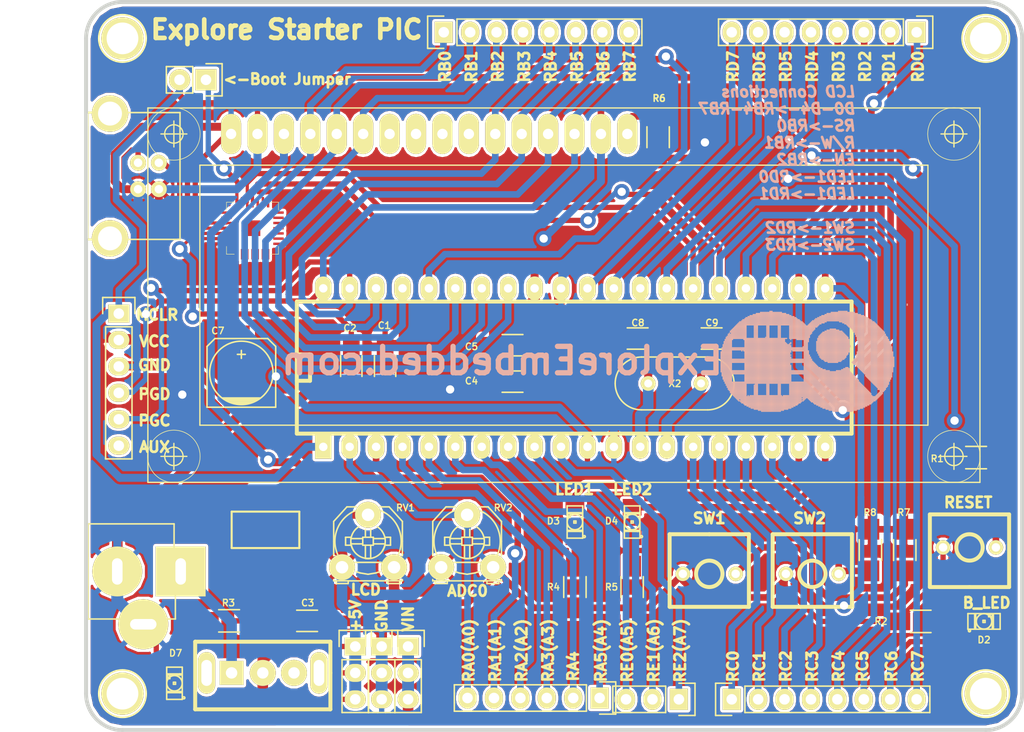
<source format=kicad_pcb>
(kicad_pcb (version 4) (host pcbnew "(2015-01-16 BZR 5376)-product")
  (title_block (date "3 sep 2014"))
  (layers (0 Front signal) (31 Back signal) (34 B.Paste user) (35 F.Paste user) (36 B.SilkS user) (37 F.SilkS user) (38 B.Mask user) (39 F.Mask user) (44 Edge.Cuts user))
  (net 0 "")
  (net 1 /+5V)
  (net 2 /D4)
  (net 3 /D5)
  (net 4 /D6/PGC)
  (net 5 /D7/PGD)
  (net 6 "/DC IN")
  (net 7 /E)
  (net 8 /L1)
  (net 9 /MCLR)
  (net 10 /RS)
  (net 11 /RW)
  (net 12 /S1)
  (net 13 /rst)
  (net 14 /rxd)
  (net 15 /txd)
  (net 16 GND)
  (net 17 "Net-(C2-Pad2)")
  (net 18 "Net-(C8-Pad2)")
  (net 19 "Net-(C9-Pad2)")
  (net 20 "Net-(D2-Pad2)")
  (net 21 "Net-(D3-Pad2)")
  (net 22 /L2)
  (net 23 "Net-(D4-Pad2)")
  (net 24 /L3)
  (net 25 "Net-(D7-Pad1)")
  (net 26 "Net-(J1-Pad2)")
  (net 27 "Net-(J1-Pad3)")
  (net 28 "Net-(K1-Pad1)")
  (net 29 "Net-(LCD1-Pad3)")
  (net 30 "Net-(LCD1-Pad16)")
  (net 31 "Net-(P5-Pad1)")
  (net 32 "Net-(P5-Pad2)")
  (net 33 "Net-(P5-Pad3)")
  (net 34 "Net-(P5-Pad4)")
  (net 35 "Net-(P5-Pad5)")
  (net 36 "Net-(P5-Pad6)")
  (net 37 "Net-(P6-Pad1)")
  (net 38 "Net-(P6-Pad2)")
  (net 39 "Net-(P6-Pad3)")
  (net 40 "Net-(P7-Pad1)")
  (net 41 "Net-(P7-Pad2)")
  (net 42 "Net-(P7-Pad3)")
  (net 43 "Net-(P7-Pad4)")
  (net 44 "Net-(P7-Pad5)")
  (net 45 "Net-(P8-Pad4)")
  (net 46 /S2)
  (net 47 "Net-(P9-Pad5)")
  (net 48 "Net-(P9-Pad6)")
  (net 49 "Net-(P9-Pad7)")
  (net 50 "Net-(P9-Pad8)")
  (net 51 "Net-(P10-Pad6)")
  (net 52 "Net-(P11-Pad1)")
  (net 53 "Net-(P12-Pad1)")
  (net 54 "Net-(P13-Pad1)")
  (net 55 "Net-(P14-Pad1)")
  (net 56 "Net-(U3-Pad2)")
  (net 57 "Net-(U3-Pad1)")
  (net 58 "Net-(U3-Pad27)")
  (net 59 "Net-(U3-Pad24)")
  (net 60 "Net-(U3-Pad23)")
  (net 61 "Net-(U3-Pad22)")
  (net 62 "Net-(U3-Pad21)")
  (net 63 "Net-(U3-Pad20)")
  (net 64 "Net-(U3-Pad18)")
  (net 65 "Net-(U3-Pad17)")
  (net 66 "Net-(U3-Pad16)")
  (net 67 "Net-(U3-Pad15)")
  (net 68 "Net-(U3-Pad14)")
  (net 69 "Net-(U3-Pad13)")
  (net 70 "Net-(U3-Pad12)")
  (net 71 "Net-(U3-Pad11)")
  (net 72 "Net-(U3-Pad10)")
  (net 73 "Net-(U3-Pad9)")
  (net 74 "Net-(LCD1-Pad7)")
  (net 75 "Net-(LCD1-Pad8)")
  (net 76 "Net-(LCD1-Pad9)")
  (net 77 "Net-(LCD1-Pad10)")
  (module Connect:USB_B (layer Front) (at 51 49 180)
    (fp_text reference J1 hide)
    (fp_text value USB_2 hide)
    (pad 2 thru_hole circle (at 0 2.54 90) (size 1.524 1.524) (drill 0.8128) (layers *.Cu *.Mask F.SilkS) (net 26 "Net-(J1-Pad2)"))
    (pad 1 thru_hole circle (at 0 0 90) (size 1.524 1.524) (drill 0.8128) (layers *.Cu *.Mask F.SilkS) (net 1 /+5V))
    (pad 4 thru_hole circle (at 1.99898 0 90) (size 1.524 1.524) (drill 0.8128) (layers *.Cu *.Mask F.SilkS) (net 16 GND))
    (pad 3 thru_hole circle (at 1.99898 2.54 90) (size 1.524 1.524) (drill 0.8128) (layers *.Cu *.Mask F.SilkS) (net 27 "Net-(J1-Pad3)"))
    (pad 5 thru_hole circle (at 4.699 7.26948 90) (size 3.5 3.5) (drill 2.30124) (layers *.Cu *.Mask F.SilkS))
    (pad 5 thru_hole circle (at 4.699 -4.72948 90) (size 3.5 3.5) (drill 2.30124) (layers *.Cu *.Mask F.SilkS))
  )
  (module DIP-40__600_ELL (layer Front) (at 90.934 66.151)
    (fp_text reference U1 hide)
    (fp_text value 16F877A hide)
    (pad 1 thru_hole rect (at -24.13 7.62) (size 1.5748 2.286) (drill 0.8128) (layers *.Cu *.Mask F.SilkS) (net 9 /MCLR))
    (pad 2 thru_hole oval (at -21.59 7.62) (size 1.5748 2.286) (drill 0.8128) (layers *.Cu *.Mask F.SilkS) (net 36 "Net-(P5-Pad6)"))
    (pad 3 thru_hole oval (at -19.05 7.62) (size 1.5748 2.286) (drill 0.8128) (layers *.Cu *.Mask F.SilkS) (net 35 "Net-(P5-Pad5)"))
    (pad 4 thru_hole oval (at -16.51 7.62) (size 1.5748 2.286) (drill 0.8128) (layers *.Cu *.Mask F.SilkS) (net 34 "Net-(P5-Pad4)"))
    (pad 5 thru_hole oval (at -13.97 7.62) (size 1.5748 2.286) (drill 0.8128) (layers *.Cu *.Mask F.SilkS) (net 33 "Net-(P5-Pad3)"))
    (pad 6 thru_hole oval (at -11.43 7.62) (size 1.5748 2.286) (drill 0.8128) (layers *.Cu *.Mask F.SilkS) (net 32 "Net-(P5-Pad2)"))
    (pad 7 thru_hole oval (at -8.89 7.62) (size 1.5748 2.286) (drill 0.8128) (layers *.Cu *.Mask F.SilkS) (net 31 "Net-(P5-Pad1)"))
    (pad 8 thru_hole oval (at -6.35 7.62) (size 1.5748 2.286) (drill 0.8128) (layers *.Cu *.Mask F.SilkS) (net 39 "Net-(P6-Pad3)"))
    (pad 9 thru_hole oval (at -3.81 7.62) (size 1.5748 2.286) (drill 0.8128) (layers *.Cu *.Mask F.SilkS) (net 38 "Net-(P6-Pad2)"))
    (pad 10 thru_hole oval (at -1.27 7.62) (size 1.5748 2.286) (drill 0.8128) (layers *.Cu *.Mask F.SilkS) (net 37 "Net-(P6-Pad1)"))
    (pad 11 thru_hole oval (at 1.27 7.62) (size 1.5748 2.286) (drill 0.8128) (layers *.Cu *.Mask F.SilkS) (net 1 /+5V))
    (pad 12 thru_hole oval (at 3.81 7.62) (size 1.5748 2.286) (drill 0.8128) (layers *.Cu *.Mask F.SilkS) (net 16 GND))
    (pad 13 thru_hole oval (at 6.35 7.62) (size 1.5748 2.286) (drill 0.8128) (layers *.Cu *.Mask F.SilkS) (net 18 "Net-(C8-Pad2)"))
    (pad 14 thru_hole oval (at 8.89 7.62) (size 1.5748 2.286) (drill 0.8128) (layers *.Cu *.Mask F.SilkS) (net 19 "Net-(C9-Pad2)"))
    (pad 15 thru_hole oval (at 11.43 7.62) (size 1.5748 2.286) (drill 0.8128) (layers *.Cu *.Mask F.SilkS) (net 40 "Net-(P7-Pad1)"))
    (pad 16 thru_hole oval (at 13.97 7.62) (size 1.5748 2.286) (drill 0.8128) (layers *.Cu *.Mask F.SilkS) (net 41 "Net-(P7-Pad2)"))
    (pad 17 thru_hole oval (at 16.51 7.62) (size 1.5748 2.286) (drill 0.8128) (layers *.Cu *.Mask F.SilkS) (net 42 "Net-(P7-Pad3)"))
    (pad 18 thru_hole oval (at 19.05 7.62) (size 1.5748 2.286) (drill 0.8128) (layers *.Cu *.Mask F.SilkS) (net 43 "Net-(P7-Pad4)"))
    (pad 19 thru_hole oval (at 21.59 7.62) (size 1.5748 2.286) (drill 0.8128) (layers *.Cu *.Mask F.SilkS) (net 22 /L2))
    (pad 20 thru_hole oval (at 24.13 7.62) (size 1.5748 2.286) (drill 0.8128) (layers *.Cu *.Mask F.SilkS) (net 24 /L3))
    (pad 21 thru_hole oval (at 24.13 -7.62) (size 1.5748 2.286) (drill 0.8128) (layers *.Cu *.Mask F.SilkS) (net 12 /S1))
    (pad 22 thru_hole oval (at 21.59 -7.62) (size 1.5748 2.286) (drill 0.8128) (layers *.Cu *.Mask F.SilkS) (net 46 /S2))
    (pad 23 thru_hole oval (at 19.05 -7.62) (size 1.5748 2.286) (drill 0.8128) (layers *.Cu *.Mask F.SilkS) (net 44 "Net-(P7-Pad5)"))
    (pad 24 thru_hole oval (at 16.51 -7.62) (size 1.5748 2.286) (drill 0.8128) (layers *.Cu *.Mask F.SilkS) (net 8 /L1))
    (pad 25 thru_hole oval (at 13.97 -7.62) (size 1.5748 2.286) (drill 0.8128) (layers *.Cu *.Mask F.SilkS) (net 15 /txd))
    (pad 26 thru_hole oval (at 11.43 -7.62) (size 1.5748 2.286) (drill 0.8128) (layers *.Cu *.Mask F.SilkS) (net 14 /rxd))
    (pad 27 thru_hole oval (at 8.89 -7.62) (size 1.5748 2.286) (drill 0.8128) (layers *.Cu *.Mask F.SilkS) (net 47 "Net-(P9-Pad5)"))
    (pad 28 thru_hole oval (at 6.35 -7.62) (size 1.5748 2.286) (drill 0.8128) (layers *.Cu *.Mask F.SilkS) (net 48 "Net-(P9-Pad6)"))
    (pad 29 thru_hole oval (at 3.81 -7.62) (size 1.5748 2.286) (drill 0.8128) (layers *.Cu *.Mask F.SilkS) (net 49 "Net-(P9-Pad7)"))
    (pad 30 thru_hole oval (at 1.27 -7.62) (size 1.5748 2.286) (drill 0.8128) (layers *.Cu *.Mask F.SilkS) (net 50 "Net-(P9-Pad8)"))
    (pad 31 thru_hole oval (at -1.27 -7.62) (size 1.5748 2.286) (drill 0.8128) (layers *.Cu *.Mask F.SilkS) (net 16 GND))
    (pad 32 thru_hole oval (at -3.81 -7.62) (size 1.5748 2.286) (drill 0.8128) (layers *.Cu *.Mask F.SilkS) (net 1 /+5V))
    (pad 33 thru_hole oval (at -6.35 -7.62) (size 1.5748 2.286) (drill 0.8128) (layers *.Cu *.Mask F.SilkS) (net 10 /RS))
    (pad 34 thru_hole oval (at -8.89 -7.62) (size 1.5748 2.286) (drill 0.8128) (layers *.Cu *.Mask F.SilkS) (net 11 /RW))
    (pad 35 thru_hole oval (at -11.43 -7.62) (size 1.5748 2.286) (drill 0.8128) (layers *.Cu *.Mask F.SilkS) (net 7 /E))
    (pad 36 thru_hole oval (at -13.97 -7.62) (size 1.5748 2.286) (drill 0.8128) (layers *.Cu *.Mask F.SilkS) (net 45 "Net-(P8-Pad4)"))
    (pad 37 thru_hole oval (at -16.51 -7.62) (size 1.5748 2.286) (drill 0.8128) (layers *.Cu *.Mask F.SilkS) (net 2 /D4))
    (pad 38 thru_hole oval (at -19.05 -7.62) (size 1.5748 2.286) (drill 0.8128) (layers *.Cu *.Mask F.SilkS) (net 3 /D5))
    (pad 39 thru_hole oval (at -21.59 -7.62) (size 1.5748 2.286) (drill 0.8128) (layers *.Cu *.Mask F.SilkS) (net 4 /D6/PGC))
    (pad 40 thru_hole oval (at -24.13 -7.62) (size 1.5748 2.286) (drill 0.8128) (layers *.Cu *.Mask F.SilkS) (net 5 /D7/PGD))
  )
  (module Capacitors_SMD:C_1206_HandSoldering (layer Front) (at 72.75 66 270)
    (fp_text reference C1 (at -3.896 0.076 360) (layer F.SilkS) (effects (font (size 0.635 0.635) (thickness 0.127))))
    (fp_text value 0.1uF hide)
    (pad 1 smd rect (at -2 0 270) (size 2 1.6) (layers Front F.Paste F.Mask) (net 1 /+5V))
    (pad 2 smd rect (at 2 0 270) (size 2 1.6) (layers Front F.Paste F.Mask) (net 16 GND))
  )
  (module Capacitors_SMD:C_1206_HandSoldering (layer Front) (at 69.5 66 90)
    (fp_text reference C2 (at 3.642 -0.128 180) (layer F.SilkS) (effects (font (size 0.635 0.635) (thickness 0.127))))
    (fp_text value 0.1uF hide)
    (pad 1 smd rect (at -2 0 90) (size 2 1.6) (layers Front F.Paste F.Mask) (net 16 GND))
    (pad 2 smd rect (at 2 0 90) (size 2 1.6) (layers Front F.Paste F.Mask) (net 17 "Net-(C2-Pad2)"))
  )
  (module Capacitors_SMD:C_1206_HandSoldering (layer Front) (at 65.25 90.5)
    (fp_text reference C3 (at 0.058 -1.726) (layer F.SilkS) (effects (font (size 0.635 0.635) (thickness 0.127))))
    (fp_text value 0.1uF hide)
    (pad 1 smd rect (at -2 0) (size 2 1.6) (layers Front F.Paste F.Mask) (net 6 "/DC IN"))
    (pad 2 smd rect (at 2 0) (size 2 1.6) (layers Front F.Paste F.Mask) (net 16 GND))
  )
  (module Capacitors_SMD:C_1206_HandSoldering (layer Front) (at 85 67.5 180)
    (fp_text reference C4 (at 3.944 0.062 180) (layer F.SilkS) (effects (font (size 0.635 0.635) (thickness 0.127))))
    (fp_text value 0.1uF hide)
    (pad 1 smd rect (at -2 0 180) (size 2 1.6) (layers Front F.Paste F.Mask) (net 16 GND))
    (pad 2 smd rect (at 2 0 180) (size 2 1.6) (layers Front F.Paste F.Mask) (net 1 /+5V))
  )
  (module Capacitors_SMD:C_1206_HandSoldering (layer Front) (at 85 64 180)
    (fp_text reference C5 (at 3.944 -0.136 180) (layer F.SilkS) (effects (font (size 0.635 0.635) (thickness 0.127))))
    (fp_text value 0.1uF hide)
    (pad 1 smd rect (at -2 0 180) (size 2 1.6) (layers Front F.Paste F.Mask) (net 16 GND))
    (pad 2 smd rect (at 2 0 180) (size 2 1.6) (layers Front F.Paste F.Mask) (net 1 /+5V))
  )
  (module Capacitors_SMD:c_elec_6.3x4.5 (layer Front) (at 58.93 66.659 90)
    (fp_text reference C7 (at 4.047 -2.258 180) (layer F.SilkS) (effects (font (size 0.635 0.635) (thickness 0.127))))
    (fp_text value "100uf, 25V" hide)
    (pad 1 smd rect (at 2.75082 0 90) (size 3.59918 1.6002) (layers Front F.Paste F.Mask) (net 1 /+5V))
    (pad 2 smd rect (at -2.75082 0 90) (size 3.59918 1.6002) (layers Front F.Paste F.Mask) (net 16 GND))
  )
  (module Capacitors_SMD:C_1206_HandSoldering (layer Front) (at 97.03 63.357)
    (fp_text reference C8 (at 0.028 -1.507) (layer F.SilkS) (effects (font (size 0.635 0.635) (thickness 0.127))))
    (fp_text value 22pF hide)
    (pad 1 smd rect (at -2 0) (size 2 1.6) (layers Front F.Paste F.Mask) (net 16 GND))
    (pad 2 smd rect (at 2 0) (size 2 1.6) (layers Front F.Paste F.Mask) (net 18 "Net-(C8-Pad2)"))
  )
  (module Capacitors_SMD:C_1206_HandSoldering (layer Front) (at 104.142 63.357 180)
    (fp_text reference C9 (at -0.028 1.507 180) (layer F.SilkS) (effects (font (size 0.635 0.635) (thickness 0.127))))
    (fp_text value 22pF hide)
    (pad 1 smd rect (at -2 0 180) (size 2 1.6) (layers Front F.Paste F.Mask) (net 16 GND))
    (pad 2 smd rect (at 2 0 180) (size 2 1.6) (layers Front F.Paste F.Mask) (net 19 "Net-(C9-Pad2)"))
  )
  (module EE:LED-1206_NEW (layer Front) (at 130.332 90.552 180)
    (fp_text reference D2 (at 0 -1.778 180) (layer F.SilkS) (effects (font (size 0.635 0.635) (thickness 0.127))))
    (fp_text value LED hide)
    (pad 2 smd rect (at 1.41986 0) (size 1.59766 1.80086) (layers Front F.Paste F.Mask) (net 20 "Net-(D2-Pad2)"))
    (pad 1 smd rect (at -1.41986 0) (size 1.59766 1.80086) (layers Front F.Paste F.Mask) (net 8 /L1))
  )
  (module EE:LED-1206_NEW (layer Front) (at 91 81 270)
    (fp_text reference D3 (at -0.1 2.07 360) (layer F.SilkS) (effects (font (size 0.635 0.635) (thickness 0.127))))
    (fp_text value LED hide)
    (pad 2 smd rect (at 1.41986 0 90) (size 1.59766 1.80086) (layers Front F.Paste F.Mask) (net 21 "Net-(D3-Pad2)"))
    (pad 1 smd rect (at -1.41986 0 90) (size 1.59766 1.80086) (layers Front F.Paste F.Mask) (net 22 /L2))
  )
  (module EE:LED-1206_NEW (layer Front) (at 96.5 81 270)
    (fp_text reference D4 (at -0.1 1.982 360) (layer F.SilkS) (effects (font (size 0.635 0.635) (thickness 0.127))))
    (fp_text value LED hide)
    (pad 2 smd rect (at 1.41986 0 90) (size 1.59766 1.80086) (layers Front F.Paste F.Mask) (net 23 "Net-(D4-Pad2)"))
    (pad 1 smd rect (at -1.41986 0 90) (size 1.59766 1.80086) (layers Front F.Paste F.Mask) (net 24 /L3))
  )
  (module EE:LED-1206_NEW (layer Front) (at 52.5 96.5 270)
    (fp_text reference D7 (at -2.9 -0.108 360) (layer F.SilkS) (effects (font (size 0.635 0.635) (thickness 0.127))))
    (fp_text value LED hide)
    (pad 2 smd rect (at 1.41986 0 90) (size 1.59766 1.80086) (layers Front F.Paste F.Mask) (net 16 GND))
    (pad 1 smd rect (at -1.41986 0 90) (size 1.59766 1.80086) (layers Front F.Paste F.Mask) (net 25 "Net-(D7-Pad1)"))
  )
  (module Connect:1pin (layer Front) (at 47.5 34.5)
    (fp_text reference P11 hide)
    (fp_text value CONN_1 hide)
    (pad 1 thru_hole circle (at 0 0) (size 4.064 4.064) (drill 3.048) (layers *.Cu *.Mask F.SilkS) (net 52 "Net-(P11-Pad1)"))
  )
  (module Connect:1pin (layer Front) (at 47.5 97.5)
    (fp_text reference P12 hide)
    (fp_text value CONN_1 hide)
    (pad 1 thru_hole circle (at 0 0) (size 4.064 4.064) (drill 3.048) (layers *.Cu *.Mask F.SilkS) (net 53 "Net-(P12-Pad1)"))
  )
  (module Connect:1pin (layer Front) (at 130.5 97.5)
    (fp_text reference P13 hide)
    (fp_text value CONN_1 hide)
    (pad 1 thru_hole circle (at 0 0) (size 4.064 4.064) (drill 3.048) (layers *.Cu *.Mask F.SilkS) (net 54 "Net-(P13-Pad1)"))
  )
  (module Connect:1pin (layer Front) (at 130.5 34.5)
    (fp_text reference P14 hide)
    (fp_text value CONN_1 hide)
    (pad 1 thru_hole circle (at 0 0) (size 4.064 4.064) (drill 3.048) (layers *.Cu *.Mask F.SilkS) (net 55 "Net-(P14-Pad1)"))
  )
  (module Resistors_SMD:R_1206_HandSoldering (layer Front) (at 129.57 74.804 180)
    (fp_text reference R1 (at 3.74 -0.106 180) (layer F.SilkS) (effects (font (size 0.635 0.635) (thickness 0.127))))
    (fp_text value 10K hide)
    (pad 1 smd rect (at -2 0 180) (size 2 1.7) (layers Front F.Paste F.Mask) (net 9 /MCLR))
    (pad 2 smd rect (at 2 0 180) (size 2 1.7) (layers Front F.Paste F.Mask) (net 1 /+5V))
  )
  (module Resistors_SMD:R_1206_HandSoldering (layer Front) (at 124.236 90.552)
    (fp_text reference R2 (at -3.81 0) (layer F.SilkS) (effects (font (size 0.635 0.635) (thickness 0.127))))
    (fp_text value R hide)
    (pad 1 smd rect (at -2 0) (size 2 1.7) (layers Front F.Paste F.Mask) (net 16 GND))
    (pad 2 smd rect (at 2 0) (size 2 1.7) (layers Front F.Paste F.Mask) (net 20 "Net-(D2-Pad2)"))
  )
  (module Resistors_SMD:R_1206_HandSoldering (layer Front) (at 57.75 90.5)
    (fp_text reference R3 (at -0.062 -1.726) (layer F.SilkS) (effects (font (size 0.635 0.635) (thickness 0.127))))
    (fp_text value 2.2K hide)
    (pad 1 smd rect (at -2 0) (size 2 1.7) (layers Front F.Paste F.Mask) (net 25 "Net-(D7-Pad1)"))
    (pad 2 smd rect (at 2 0) (size 2 1.7) (layers Front F.Paste F.Mask) (net 1 /+5V))
  )
  (module Resistors_SMD:R_1206_HandSoldering (layer Front) (at 91 87.25 90)
    (fp_text reference R4 (at 0 -2.07 180) (layer F.SilkS) (effects (font (size 0.635 0.635) (thickness 0.127))))
    (fp_text value R hide)
    (pad 1 smd rect (at -2 0 90) (size 2 1.7) (layers Front F.Paste F.Mask) (net 16 GND))
    (pad 2 smd rect (at 2 0 90) (size 2 1.7) (layers Front F.Paste F.Mask) (net 21 "Net-(D3-Pad2)"))
  )
  (module Resistors_SMD:R_1206_HandSoldering (layer Front) (at 96.5 87.25 90)
    (fp_text reference R5 (at 0 -1.982 180) (layer F.SilkS) (effects (font (size 0.635 0.635) (thickness 0.127))))
    (fp_text value R hide)
    (pad 1 smd rect (at -2 0 90) (size 2 1.7) (layers Front F.Paste F.Mask) (net 16 GND))
    (pad 2 smd rect (at 2 0 90) (size 2 1.7) (layers Front F.Paste F.Mask) (net 23 "Net-(D4-Pad2)"))
  )
  (module Resistors_SMD:R_1206_HandSoldering (layer Front) (at 99 44 90)
    (fp_text reference R6 (at 3.74 0.09 180) (layer F.SilkS) (effects (font (size 0.635 0.635))))
    (fp_text value 1k hide)
    (pad 1 smd rect (at -2 0 90) (size 2 1.7) (layers Front F.Paste F.Mask) (net 16 GND))
    (pad 2 smd rect (at 2 0 90) (size 2 1.7) (layers Front F.Paste F.Mask) (net 30 "Net-(LCD1-Pad16)"))
  )
  (module Resistors_SMD:R_1206_HandSoldering (layer Front) (at 122.712 83.694 90)
    (fp_text reference R7 (at 3.612 -0.09 180) (layer F.SilkS) (effects (font (size 0.635 0.635) (thickness 0.127))))
    (fp_text value 10k hide)
    (pad 1 smd rect (at -2 0 90) (size 2 1.7) (layers Front F.Paste F.Mask) (net 12 /S1))
    (pad 2 smd rect (at 2 0 90) (size 2 1.7) (layers Front F.Paste F.Mask) (net 1 /+5V))
  )
  (module Resistors_SMD:R_1206_HandSoldering (layer Front) (at 119.41 83.694 90)
    (fp_text reference R8 (at 3.612 -0.038 180) (layer F.SilkS) (effects (font (size 0.635 0.635) (thickness 0.127))))
    (fp_text value 10k hide)
    (pad 1 smd rect (at -2 0 90) (size 2 1.7) (layers Front F.Paste F.Mask) (net 46 /S2))
    (pad 2 smd rect (at 2 0 90) (size 2 1.7) (layers Front F.Paste F.Mask) (net 1 /+5V))
  )
  (module Potentiometers:Potentiometer_Triwood_RM-065 (layer Front) (at 68.61 85.345)
    (fp_text reference RV1 (at 6.096 -5.715) (layer F.SilkS) (effects (font (size 0.635 0.635) (thickness 0.127))))
    (fp_text value 10K-POT hide)
    (pad 2 thru_hole circle (at 2.49936 -5.03936) (size 2.49936 2.49936) (drill 1.19888) (layers *.Cu *.Mask F.SilkS) (net 29 "Net-(LCD1-Pad3)"))
    (pad 3 thru_hole circle (at 4.99872 0) (size 2.49936 2.49936) (drill 1.19888) (layers *.Cu *.Mask F.SilkS) (net 16 GND))
    (pad 1 thru_hole circle (at 0 0) (size 2.49936 2.49936) (drill 1.19888) (layers *.Cu *.Mask F.SilkS) (net 1 /+5V))
  )
  (module Potentiometers:Potentiometer_Triwood_RM-065 (layer Front) (at 78.135 85.345)
    (fp_text reference RV2 (at 5.969 -5.715) (layer F.SilkS) (effects (font (size 0.635 0.635) (thickness 0.127))))
    (fp_text value POT hide)
    (pad 2 thru_hole circle (at 2.49936 -5.03936) (size 2.49936 2.49936) (drill 1.19888) (layers *.Cu *.Mask F.SilkS) (net 36 "Net-(P5-Pad6)"))
    (pad 3 thru_hole circle (at 4.99872 0) (size 2.49936 2.49936) (drill 1.19888) (layers *.Cu *.Mask F.SilkS) (net 16 GND))
    (pad 1 thru_hole circle (at 0 0) (size 2.49936 2.49936) (drill 1.19888) (layers *.Cu *.Mask F.SilkS) (net 1 /+5V))
  )
  (module EE:SW_PUSH_SMALL_2pin_3D_xl (layer Front) (at 128.935 83.44 180)
    (fp_text reference SW1 hide)
    (fp_text value rst hide)
    (pad 1 thru_hole circle (at -2.54 0 180) (size 1.397 1.397) (drill 0.8128) (layers *.Cu *.Mask F.SilkS) (net 9 /MCLR))
    (pad 2 thru_hole circle (at 2.54 0 180) (size 1.397 1.397) (drill 0.8128) (layers *.Cu *.Mask F.SilkS) (net 16 GND))
  )
  (module EE:SW_PUSH_SMALL_2pin_3D_xl (layer Front) (at 103.916 85.98)
    (fp_text reference SW3 hide)
    (fp_text value SPST hide)
    (pad 1 thru_hole circle (at -2.54 0) (size 1.397 1.397) (drill 0.8128) (layers *.Cu *.Mask F.SilkS) (net 16 GND))
    (pad 2 thru_hole circle (at 2.54 0) (size 1.397 1.397) (drill 0.8128) (layers *.Cu *.Mask F.SilkS) (net 12 /S1))
  )
  (module EE:SW_PUSH_SMALL_2pin_3D_xl (layer Front) (at 113.822 85.98)
    (fp_text reference SW4 hide)
    (fp_text value SPST hide)
    (pad 1 thru_hole circle (at -2.54 0) (size 1.397 1.397) (drill 0.8128) (layers *.Cu *.Mask F.SilkS) (net 16 GND))
    (pad 2 thru_hole circle (at 2.54 0) (size 1.397 1.397) (drill 0.8128) (layers *.Cu *.Mask F.SilkS) (net 46 /S2))
  )
  (module Crystals:HC-49V (layer Front) (at 100.586 67.675 180)
    (fp_text reference X2 (at -0.028 -0.017 180) (layer F.SilkS) (effects (font (size 0.635 0.635) (thickness 0.127))))
    (fp_text value 20Mhz hide)
    (pad 1 thru_hole circle (at -2.54 0 180) (size 1.4224 1.4224) (drill 0.762) (layers *.Cu *.Mask F.SilkS) (net 19 "Net-(C9-Pad2)"))
    (pad 2 thru_hole circle (at 2.54 0 180) (size 1.4224 1.4224) (drill 0.762) (layers *.Cu *.Mask F.SilkS) (net 18 "Net-(C8-Pad2)"))
  )
  (module Pin_Headers:Pin_Header_Straight_1x03 (layer Front) (at 69.88 92.965)
    (fp_text reference K2 hide)
    (fp_text value CONN_3 hide)
    (pad 1 thru_hole rect (at 0 0) (size 2.032 1.7272) (drill 1.016) (layers *.Cu *.Mask F.SilkS) (net 1 /+5V))
    (pad 2 thru_hole oval (at 0 2.54) (size 2.032 1.7272) (drill 1.016) (layers *.Cu *.Mask F.SilkS) (net 1 /+5V))
    (pad 3 thru_hole oval (at 0 5.08) (size 2.032 1.7272) (drill 1.016) (layers *.Cu *.Mask F.SilkS) (net 1 /+5V))
  )
  (module Pin_Headers:Pin_Header_Straight_1x03 (layer Front) (at 72.42 92.965)
    (fp_text reference K4 hide)
    (fp_text value CONN_3 hide)
    (pad 1 thru_hole rect (at 0 0) (size 2.032 1.7272) (drill 1.016) (layers *.Cu *.Mask F.SilkS) (net 16 GND))
    (pad 2 thru_hole oval (at 0 2.54) (size 2.032 1.7272) (drill 1.016) (layers *.Cu *.Mask F.SilkS) (net 16 GND))
    (pad 3 thru_hole oval (at 0 5.08) (size 2.032 1.7272) (drill 1.016) (layers *.Cu *.Mask F.SilkS) (net 16 GND))
  )
  (module Pin_Headers:Pin_Header_Straight_1x03 (layer Front) (at 74.96 92.965)
    (fp_text reference K5 hide)
    (fp_text value CONN_3 hide)
    (pad 1 thru_hole rect (at 0 0) (size 2.032 1.7272) (drill 1.016) (layers *.Cu *.Mask F.SilkS) (net 6 "/DC IN"))
    (pad 2 thru_hole oval (at 0 2.54) (size 2.032 1.7272) (drill 1.016) (layers *.Cu *.Mask F.SilkS) (net 6 "/DC IN"))
    (pad 3 thru_hole oval (at 0 5.08) (size 2.032 1.7272) (drill 1.016) (layers *.Cu *.Mask F.SilkS) (net 6 "/DC IN"))
  )
  (module EE:lcd_2x16_led_backlight-HY-1602F (layer Front) (at 55.402 43.689)
    (fp_text reference LCD1 hide)
    (fp_text value LCD_2X16_SIL hide)
    (pad 1 thru_hole oval (at 2.54 0) (size 1.9304 3.8608) (drill 0.99822) (layers *.Cu *.Mask F.Paste F.SilkS) (net 16 GND))
    (pad 2 thru_hole oval (at 5.08 0) (size 1.9304 3.8608) (drill 0.99822) (layers *.Cu *.Mask F.Paste F.SilkS) (net 1 /+5V))
    (pad 3 thru_hole oval (at 7.62 0) (size 1.9304 3.8608) (drill 0.99822) (layers *.Cu *.Mask F.Paste F.SilkS) (net 29 "Net-(LCD1-Pad3)"))
    (pad 4 thru_hole oval (at 10.16 0) (size 1.9304 3.8608) (drill 0.99822) (layers *.Cu *.Mask F.Paste F.SilkS) (net 10 /RS))
    (pad 5 thru_hole oval (at 12.7 0) (size 1.9304 3.8608) (drill 0.99822) (layers *.Cu *.Mask F.Paste F.SilkS) (net 11 /RW))
    (pad 6 thru_hole oval (at 15.24 0) (size 1.9304 3.8608) (drill 0.99822) (layers *.Cu *.Mask F.Paste F.SilkS) (net 7 /E))
    (pad 7 thru_hole oval (at 17.78 0) (size 1.9304 3.8608) (drill 0.99822) (layers *.Cu *.Mask F.Paste F.SilkS) (net 74 "Net-(LCD1-Pad7)"))
    (pad 8 thru_hole oval (at 20.32 0) (size 1.9304 3.8608) (drill 0.99822) (layers *.Cu *.Mask F.Paste F.SilkS) (net 75 "Net-(LCD1-Pad8)"))
    (pad 9 thru_hole oval (at 22.86 0) (size 1.9304 3.8608) (drill 0.99822) (layers *.Cu *.Mask F.Paste F.SilkS) (net 76 "Net-(LCD1-Pad9)"))
    (pad 10 thru_hole oval (at 25.4 0) (size 1.9304 3.8608) (drill 0.99822) (layers *.Cu *.Mask F.Paste F.SilkS) (net 77 "Net-(LCD1-Pad10)"))
    (pad 11 thru_hole oval (at 27.94 0) (size 1.9304 3.8608) (drill 0.99822) (layers *.Cu *.Mask F.Paste F.SilkS) (net 2 /D4))
    (pad 12 thru_hole oval (at 30.48 0) (size 1.9304 3.8608) (drill 0.99822) (layers *.Cu *.Mask F.Paste F.SilkS) (net 3 /D5))
    (pad 13 thru_hole oval (at 33.02 0) (size 1.9304 3.8608) (drill 0.99822) (layers *.Cu *.Mask F.Paste F.SilkS) (net 4 /D6/PGC))
    (pad 14 thru_hole oval (at 35.56 0) (size 1.9304 3.8608) (drill 0.99822) (layers *.Cu *.Mask F.Paste F.SilkS) (net 5 /D7/PGD))
    (pad 15 thru_hole oval (at 38.1 0) (size 1.9304 3.8608) (drill 0.99822) (layers *.Cu *.Mask F.Paste F.SilkS) (net 1 /+5V))
    (pad 16 thru_hole oval (at 40.64 0) (size 1.9304 3.8608) (drill 0.99822) (layers *.Cu *.Mask F.Paste F.SilkS) (net 30 "Net-(LCD1-Pad16)"))
  )
  (module Pin_Headers:Pin_Header_Straight_1x06 (layer Front) (at 93.375 97.918 270)
    (fp_text reference P5 hide)
    (fp_text value PA hide)
    (pad 1 thru_hole rect (at 0 0 270) (size 2.032 1.7272) (drill 1.016) (layers *.Cu *.Mask F.SilkS) (net 31 "Net-(P5-Pad1)"))
    (pad 2 thru_hole oval (at 0 2.54 270) (size 2.032 1.7272) (drill 1.016) (layers *.Cu *.Mask F.SilkS) (net 32 "Net-(P5-Pad2)"))
    (pad 3 thru_hole oval (at 0 5.08 270) (size 2.032 1.7272) (drill 1.016) (layers *.Cu *.Mask F.SilkS) (net 33 "Net-(P5-Pad3)"))
    (pad 4 thru_hole oval (at 0 7.62 270) (size 2.032 1.7272) (drill 1.016) (layers *.Cu *.Mask F.SilkS) (net 34 "Net-(P5-Pad4)"))
    (pad 5 thru_hole oval (at 0 10.16 270) (size 2.032 1.7272) (drill 1.016) (layers *.Cu *.Mask F.SilkS) (net 35 "Net-(P5-Pad5)"))
    (pad 6 thru_hole oval (at 0 12.7 270) (size 2.032 1.7272) (drill 1.016) (layers *.Cu *.Mask F.SilkS) (net 36 "Net-(P5-Pad6)"))
  )
  (module Pin_Headers:Pin_Header_Straight_1x03 (layer Front) (at 100.995 98.045 270)
    (fp_text reference P6 (at 0 -5.1 270) (layer F.SilkS))
    (fp_text value PE hide)
    (pad 1 thru_hole rect (at 0 0 270) (size 2.032 1.7272) (drill 1.016) (layers *.Cu *.Mask F.SilkS) (net 37 "Net-(P6-Pad1)"))
    (pad 2 thru_hole oval (at 0 2.54 270) (size 2.032 1.7272) (drill 1.016) (layers *.Cu *.Mask F.SilkS) (net 38 "Net-(P6-Pad2)"))
    (pad 3 thru_hole oval (at 0 5.08 270) (size 2.032 1.7272) (drill 1.016) (layers *.Cu *.Mask F.SilkS) (net 39 "Net-(P6-Pad3)"))
  )
  (module Pin_Headers:Pin_Header_Straight_1x08 (layer Front) (at 106.075 98.045 90)
    (fp_text reference P7 hide)
    (fp_text value PC hide)
    (pad 1 thru_hole rect (at 0 0 90) (size 2.032 1.7272) (drill 1.016) (layers *.Cu *.Mask F.SilkS) (net 40 "Net-(P7-Pad1)"))
    (pad 2 thru_hole oval (at 0 2.54 90) (size 2.032 1.7272) (drill 1.016) (layers *.Cu *.Mask F.SilkS) (net 41 "Net-(P7-Pad2)"))
    (pad 3 thru_hole oval (at 0 5.08 90) (size 2.032 1.7272) (drill 1.016) (layers *.Cu *.Mask F.SilkS) (net 42 "Net-(P7-Pad3)"))
    (pad 4 thru_hole oval (at 0 7.62 90) (size 2.032 1.7272) (drill 1.016) (layers *.Cu *.Mask F.SilkS) (net 43 "Net-(P7-Pad4)"))
    (pad 5 thru_hole oval (at 0 10.16 90) (size 2.032 1.7272) (drill 1.016) (layers *.Cu *.Mask F.SilkS) (net 44 "Net-(P7-Pad5)"))
    (pad 6 thru_hole oval (at 0 12.7 90) (size 2.032 1.7272) (drill 1.016) (layers *.Cu *.Mask F.SilkS) (net 8 /L1))
    (pad 7 thru_hole oval (at 0 15.24 90) (size 2.032 1.7272) (drill 1.016) (layers *.Cu *.Mask F.SilkS) (net 15 /txd))
    (pad 8 thru_hole oval (at 0 17.78 90) (size 2.032 1.7272) (drill 1.016) (layers *.Cu *.Mask F.SilkS) (net 14 /rxd))
  )
  (module Pin_Headers:Pin_Header_Straight_1x08 (layer Front) (at 78.389 33.91 90)
    (fp_text reference P8 hide)
    (fp_text value PB hide)
    (pad 1 thru_hole rect (at 0 0 90) (size 2.032 1.7272) (drill 1.016) (layers *.Cu *.Mask F.SilkS) (net 10 /RS))
    (pad 2 thru_hole oval (at 0 2.54 90) (size 2.032 1.7272) (drill 1.016) (layers *.Cu *.Mask F.SilkS) (net 11 /RW))
    (pad 3 thru_hole oval (at 0 5.08 90) (size 2.032 1.7272) (drill 1.016) (layers *.Cu *.Mask F.SilkS) (net 7 /E))
    (pad 4 thru_hole oval (at 0 7.62 90) (size 2.032 1.7272) (drill 1.016) (layers *.Cu *.Mask F.SilkS) (net 45 "Net-(P8-Pad4)"))
    (pad 5 thru_hole oval (at 0 10.16 90) (size 2.032 1.7272) (drill 1.016) (layers *.Cu *.Mask F.SilkS) (net 2 /D4))
    (pad 6 thru_hole oval (at 0 12.7 90) (size 2.032 1.7272) (drill 1.016) (layers *.Cu *.Mask F.SilkS) (net 3 /D5))
    (pad 7 thru_hole oval (at 0 15.24 90) (size 2.032 1.7272) (drill 1.016) (layers *.Cu *.Mask F.SilkS) (net 4 /D6/PGC))
    (pad 8 thru_hole oval (at 0 17.78 90) (size 2.032 1.7272) (drill 1.016) (layers *.Cu *.Mask F.SilkS) (net 5 /D7/PGD))
  )
  (module Pin_Headers:Pin_Header_Straight_1x08 (layer Front) (at 123.855 33.91 270)
    (fp_text reference P9 hide)
    (fp_text value PD hide)
    (pad 1 thru_hole rect (at 0 0 270) (size 2.032 1.7272) (drill 1.016) (layers *.Cu *.Mask F.SilkS) (net 22 /L2))
    (pad 2 thru_hole oval (at 0 2.54 270) (size 2.032 1.7272) (drill 1.016) (layers *.Cu *.Mask F.SilkS) (net 24 /L3))
    (pad 3 thru_hole oval (at 0 5.08 270) (size 2.032 1.7272) (drill 1.016) (layers *.Cu *.Mask F.SilkS) (net 12 /S1))
    (pad 4 thru_hole oval (at 0 7.62 270) (size 2.032 1.7272) (drill 1.016) (layers *.Cu *.Mask F.SilkS) (net 46 /S2))
    (pad 5 thru_hole oval (at 0 10.16 270) (size 2.032 1.7272) (drill 1.016) (layers *.Cu *.Mask F.SilkS) (net 47 "Net-(P9-Pad5)"))
    (pad 6 thru_hole oval (at 0 12.7 270) (size 2.032 1.7272) (drill 1.016) (layers *.Cu *.Mask F.SilkS) (net 48 "Net-(P9-Pad6)"))
    (pad 7 thru_hole oval (at 0 15.24 270) (size 2.032 1.7272) (drill 1.016) (layers *.Cu *.Mask F.SilkS) (net 49 "Net-(P9-Pad7)"))
    (pad 8 thru_hole oval (at 0 17.78 270) (size 2.032 1.7272) (drill 1.016) (layers *.Cu *.Mask F.SilkS) (net 50 "Net-(P9-Pad8)"))
  )
  (module Pin_Headers:Pin_Header_Straight_1x06 (layer Front) (at 47.147 60.961)
    (fp_text reference P10 hide)
    (fp_text value ICSP hide)
    (pad 1 thru_hole rect (at 0 0) (size 2.032 1.7272) (drill 1.016) (layers *.Cu *.Mask F.SilkS) (net 9 /MCLR))
    (pad 2 thru_hole oval (at 0 2.54) (size 2.032 1.7272) (drill 1.016) (layers *.Cu *.Mask F.SilkS) (net 1 /+5V))
    (pad 3 thru_hole oval (at 0 5.08) (size 2.032 1.7272) (drill 1.016) (layers *.Cu *.Mask F.SilkS) (net 16 GND))
    (pad 4 thru_hole oval (at 0 7.62) (size 2.032 1.7272) (drill 1.016) (layers *.Cu *.Mask F.SilkS) (net 5 /D7/PGD))
    (pad 5 thru_hole oval (at 0 10.16) (size 2.032 1.7272) (drill 1.016) (layers *.Cu *.Mask F.SilkS) (net 4 /D6/PGC))
    (pad 6 thru_hole oval (at 0 12.7) (size 2.032 1.7272) (drill 1.016) (layers *.Cu *.Mask F.SilkS) (net 51 "Net-(P10-Pad6)"))
  )
  (module EE:lm1117_xl (layer Front) (at 61.25 81.75)
    (fp_text reference U2 hide)
    (fp_text value LM317AMDT hide)
    (pad 2 smd rect (at 0 2.75082) (size 1.00076 2.49936) (layers Front F.Paste F.Mask) (net 1 /+5V))
    (pad 3 smd rect (at 2.25044 2.75082) (size 1.00076 2.49936) (layers Front F.Paste F.Mask) (net 6 "/DC IN"))
    (pad 1 smd rect (at -2.25044 2.75082) (size 1.00076 2.49936) (layers Front F.Paste F.Mask) (net 16 GND))
    (pad "" smd rect (at 0 -2.99974) (size 2.99974 2.49936) (layers Front F.Paste F.Mask))
  )
  (module EE:cp2102_xl2 (layer Front) (at 60 52.75)
    (fp_text reference U3 hide)
    (fp_text value CP2102 hide)
    (pad 7 smd rect (at -2.49936 1.50114) (size 1.00076 0.23114) (layers Front F.Paste F.Mask) (net 1 /+5V))
    (pad 6 smd rect (at -2.49936 1.00076) (size 1.00076 0.23114) (layers Front F.Paste F.Mask) (net 17 "Net-(C2-Pad2)"))
    (pad 5 smd rect (at -2.49936 0.50038) (size 1.00076 0.23114) (layers Front F.Paste F.Mask) (net 26 "Net-(J1-Pad2)"))
    (pad 4 smd rect (at -2.49936 0) (size 1.00076 0.23114) (layers Front F.Paste F.Mask) (net 27 "Net-(J1-Pad3)"))
    (pad 3 smd rect (at -2.49936 -0.50038) (size 1.00076 0.23114) (layers Front F.Paste F.Mask) (net 16 GND))
    (pad 2 smd rect (at -2.49936 -1.00076) (size 1.00076 0.23114) (layers Front F.Paste F.Mask) (net 56 "Net-(U3-Pad2)"))
    (pad 1 smd rect (at -2.49936 -1.50114) (size 1.00076 0.23114) (layers Front F.Paste F.Mask) (net 57 "Net-(U3-Pad1)"))
    (pad 28 smd rect (at -1.50114 -2.49936) (size 0.23114 1.00076) (layers Front F.Paste F.Mask) (net 13 /rst))
    (pad 27 smd rect (at -1.00076 -2.49936) (size 0.23114 1.00076) (layers Front F.Paste F.Mask) (net 58 "Net-(U3-Pad27)"))
    (pad 26 smd rect (at -0.50038 -2.49936) (size 0.23114 1.00076) (layers Front F.Paste F.Mask) (net 14 /rxd))
    (pad 25 smd rect (at 0 -2.49936) (size 0.23114 1.00076) (layers Front F.Paste F.Mask) (net 15 /txd))
    (pad 24 smd rect (at 0.50038 -2.49936) (size 0.23114 1.00076) (layers Front F.Paste F.Mask) (net 59 "Net-(U3-Pad24)"))
    (pad 23 smd rect (at 1.00076 -2.49936) (size 0.23114 1.00076) (layers Front F.Paste F.Mask) (net 60 "Net-(U3-Pad23)"))
    (pad 22 smd rect (at 1.50114 -2.49936) (size 0.23114 1.00076) (layers Front F.Paste F.Mask) (net 61 "Net-(U3-Pad22)"))
    (pad 21 smd rect (at 2.49936 -1.50114) (size 1.00076 0.23114) (layers Front F.Paste F.Mask) (net 62 "Net-(U3-Pad21)"))
    (pad 20 smd rect (at 2.49936 -1.00076) (size 1.00076 0.23114) (layers Front F.Paste F.Mask) (net 63 "Net-(U3-Pad20)"))
    (pad 19 smd rect (at 2.49936 -0.50038) (size 1.00076 0.23114) (layers Front F.Paste F.Mask))
    (pad 18 smd rect (at 2.49936 0) (size 1.00076 0.23114) (layers Front F.Paste F.Mask) (net 64 "Net-(U3-Pad18)"))
    (pad 17 smd rect (at 2.49936 0.50038) (size 1.00076 0.23114) (layers Front F.Paste F.Mask) (net 65 "Net-(U3-Pad17)"))
    (pad 16 smd rect (at 2.49936 1.00076) (size 1.00076 0.23114) (layers Front F.Paste F.Mask) (net 66 "Net-(U3-Pad16)"))
    (pad 15 smd rect (at 2.49936 1.50114) (size 1.00076 0.23114) (layers Front F.Paste F.Mask) (net 67 "Net-(U3-Pad15)"))
    (pad 14 smd rect (at 1.50114 2.49936) (size 0.23114 1.00076) (layers Front F.Paste F.Mask) (net 68 "Net-(U3-Pad14)"))
    (pad 13 smd rect (at 1.00076 2.49936) (size 0.23114 1.00076) (layers Front F.Paste F.Mask) (net 69 "Net-(U3-Pad13)"))
    (pad 12 smd rect (at 0.50038 2.49936) (size 0.23114 1.00076) (layers Front F.Paste F.Mask) (net 70 "Net-(U3-Pad12)"))
    (pad 11 smd rect (at 0 2.49936) (size 0.23114 1.00076) (layers Front F.Paste F.Mask) (net 71 "Net-(U3-Pad11)"))
    (pad 10 smd rect (at -0.50038 2.49936) (size 0.23114 1.00076) (layers Front F.Paste F.Mask) (net 72 "Net-(U3-Pad10)"))
    (pad 9 smd rect (at -1.00076 2.49936) (size 0.23114 1.00076) (layers Front F.Paste F.Mask) (net 73 "Net-(U3-Pad9)"))
    (pad 8 smd rect (at -1.50114 2.49936) (size 0.23114 1.00076) (layers Front F.Paste F.Mask) (net 1 /+5V))
    (pad 29 smd rect (at 0 0) (size 1.50114 1.50114) (layers Front F.Paste F.Mask))
    (pad "" smd circle (at -2.25044 -2.25044) (size 0.29972 0.29972) (layers Front F.Paste F.Mask))
  )
  (module Pin_Headers:Pin_Header_Straight_1x02 (layer Front) (at 55.529 38.482 270)
    (fp_text reference JP1 hide)
    (fp_text value JUMPER hide)
    (pad 1 thru_hole rect (at 0 0 270) (size 2.032 2.032) (drill 1.016) (layers *.Cu *.Mask F.SilkS) (net 13 /rst))
    (pad 2 thru_hole oval (at 0 2.54 270) (size 2.032 2.032) (drill 1.016) (layers *.Cu *.Mask F.SilkS) (net 9 /MCLR))
  )
  (module EE:DC_Jack (layer Front) (at 47 85.75)
    (fp_text reference K1 hide)
    (fp_text value BARREL hide)
    (pad 2 thru_hole circle (at 0 0) (size 4.8006 4.8006) (drill oval 1.016 2.54) (layers *.Cu *.Mask F.SilkS) (net 16 GND))
    (pad 1 thru_hole rect (at 6.096 0) (size 4.8006 4.8006) (drill oval 1.016 2.54) (layers *.Cu *.Mask F.SilkS) (net 28 "Net-(K1-Pad1)"))
    (pad 3 thru_hole circle (at 2.5 5.08) (size 4.8006 4.8006) (drill oval 2.54 1.016) (layers *.Cu *.Mask F.SilkS) (net 16 GND))
  )
  (module EE:SlideSwitch_Big (layer Front) (at 60.99 95.505)
    (fp_text reference SW2 hide)
    (fp_text value SPST hide)
    (pad 1 thru_hole rect (at -3 0) (size 2.3 2.3) (drill 1.1) (layers *.Cu *.Mask F.SilkS) (net 28 "Net-(K1-Pad1)"))
    (pad 2 thru_hole circle (at 0 0) (size 2.5 2.5) (drill 1.1) (layers *.Cu *.Mask F.SilkS) (net 6 "/DC IN"))
    (pad 3 thru_hole circle (at 3 0) (size 2.5 2.5) (drill 1.1) (layers *.Cu *.Mask F.SilkS))
    (pad "" thru_hole oval (at 5.40004 0) (size 1.651 4) (drill oval 1.016 2.5) (layers *.Cu *.Mask F.SilkS))
    (pad "" thru_hole oval (at -5.40004 0) (size 1.651 4) (drill oval 1.016 2.5) (layers *.Cu *.Mask F.SilkS))
  )
  (module "Logo:LOGO (1)" (layer Back) (at 123 60 180)
    (fp_text reference LOGO hide)
    (fp_text value "" (at 0 0 180) (layer B.SilkS) (effects (justify mirror)))
  )
  (gr_text "<-Boot Jumper" (at 63.3395 38.4185) (layer F.SilkS) (effects (font (size 1.016 1.016) (thickness 0.254))))
  (gr_text ExploreEmbedded.com (at 84 65.5) (layer B.SilkS) (effects (font (size 2.54 2.54) (thickness 0.508)) (justify mirror)))
  (gr_text RESET (at 128.808 79.122) (layer F.SilkS) (effects (font (size 1.016 1.016) (thickness 0.254))))
  (gr_text B_LED (at 130.586 88.774) (layer F.SilkS) (effects (font (size 1.016 1.016) (thickness 0.254))))
  (gr_text "LCD Connections\nD0-D4->RB4-RB7\nRS->RB0\nR/W->RB1\nEN->RB2\nLED1->RD0\nLED1->RD1\n\nSW1->RD2\nSW2->RD3" (at 118.14 46.991) (layer B.SilkS) (effects (font (size 1.016 1.016) (thickness 0.254) italic) (justify left mirror)))
  (gr_text SW2 (at 113.568 80.646) (layer F.SilkS) (effects (font (size 1.016 1.016) (thickness 0.254))))
  (gr_text SW1 (at 103.916 80.646) (layer F.SilkS) (effects (font (size 1.016 1.016) (thickness 0.254))))
  (gr_text "LED2\n" (at 96.55 77.852) (layer F.SilkS) (effects (font (size 1.016 1.016) (thickness 0.254))))
  (gr_text LED1 (at 90.962 77.852) (layer F.SilkS) (effects (font (size 1.016 1.016) (thickness 0.254))))
  (gr_line (start 47.5 101) (end 130.5 101) (angle 90) (layer Edge.Cuts) (width 0.381))
  (gr_line (start 44 34.5) (end 44 97.5) (angle 90) (layer Edge.Cuts) (width 0.381))
  (gr_line (start 48.5 31) (end 47.5 31) (angle 90) (layer Edge.Cuts) (width 0.381))
  (gr_line (start 130.5 31) (end 48.5 31) (angle 90) (layer Edge.Cuts) (width 0.381))
  (gr_line (start 134 97.5) (end 134 34.5) (angle 90) (layer Edge.Cuts) (width 0.381))
  (gr_arc (start 130.5 97.5) (end 134 97.5) (angle 90) (layer Edge.Cuts) (width 0.381))
  (gr_arc (start 47.5 97.5) (end 47.5 101) (angle 90) (layer Edge.Cuts) (width 0.381))
  (gr_arc (start 47.5 34.5) (end 44 34.5) (angle 90) (layer Edge.Cuts) (width 0.381))
  (gr_arc (start 130.5 34.5) (end 130.5 31) (angle 90) (layer Edge.Cuts) (width 0.381))
  (gr_text "Explore Starter PIC" (at 63.276 33.656) (layer F.SilkS) (effects (font (size 1.778 1.778) (thickness 0.4445))))
  (gr_text ADC0 (at 80.675 87.631) (layer F.SilkS) (effects (font (size 1.016 1.016) (thickness 0.254))))
  (gr_text LCD (at 70.896 87.504) (layer F.SilkS) (effects (font (size 1.016 1.016) (thickness 0.254))))
  (gr_text VIN (at 74.96 90.298 90) (layer F.SilkS) (effects (font (size 1.016 1.016) (thickness 0.254))))
  (gr_text GND (at 72.42 90.044 90) (layer F.SilkS) (effects (font (size 1.016 1.016) (thickness 0.254))))
  (gr_text +5V (at 69.88 90.044 90) (layer F.SilkS) (effects (font (size 1.016 1.016) (thickness 0.254))))
  (gr_text AUX (at 50.576 73.788) (layer F.SilkS) (effects (font (size 1.016 1.016) (thickness 0.254))))
  (gr_text PGC (at 50.576 71.248) (layer F.SilkS) (effects (font (size 1.016 1.016) (thickness 0.254))))
  (gr_text PGD (at 50.576 68.708) (layer F.SilkS) (effects (font (size 1.016 1.016) (thickness 0.254))))
  (gr_text GND (at 50.576 65.914) (layer F.SilkS) (effects (font (size 1.016 1.016) (thickness 0.254))))
  (gr_text VCC (at 50.576 63.628) (layer F.SilkS) (effects (font (size 1.016 1.016) (thickness 0.254))))
  (gr_text MCLR (at 50.83 61.088) (layer F.SilkS) (effects (font (size 1.016 1.016) (thickness 0.254))))
  (gr_text RB0 (at 78.516 37.212 90) (layer F.SilkS) (effects (font (size 1.016 1.016) (thickness 0.254))))
  (gr_text RB1 (at 81.056 37.212 90) (layer F.SilkS) (effects (font (size 1.016 1.016) (thickness 0.254))))
  (gr_text RB2 (at 83.596 37.212 90) (layer F.SilkS) (effects (font (size 1.016 1.016) (thickness 0.254))))
  (gr_text RB3 (at 86.136 37.212 90) (layer F.SilkS) (effects (font (size 1.016 1.016) (thickness 0.254))))
  (gr_text RB4 (at 88.676 37.212 90) (layer F.SilkS) (effects (font (size 1.016 1.016) (thickness 0.254))))
  (gr_text RB5 (at 91.216 37.212 90) (layer F.SilkS) (effects (font (size 1.016 1.016) (thickness 0.254))))
  (gr_text RB6 (at 93.756 37.212 90) (layer F.SilkS) (effects (font (size 1.016 1.016) (thickness 0.254))))
  (gr_text RB7 (at 96.296 37.212 90) (layer F.SilkS) (effects (font (size 1.016 1.016) (thickness 0.254))))
  (gr_text RD7 (at 106.202 37.212 90) (layer F.SilkS) (effects (font (size 1.016 1.016) (thickness 0.254))))
  (gr_text RD6 (at 108.742 37.212 90) (layer F.SilkS) (effects (font (size 1.016 1.016) (thickness 0.254))))
  (gr_text RD5 (at 111.282 37.212 90) (layer F.SilkS) (effects (font (size 1.016 1.016) (thickness 0.254))))
  (gr_text RD4 (at 113.822 37.212 90) (layer F.SilkS) (effects (font (size 1.016 1.016) (thickness 0.254))))
  (gr_text RD3 (at 116.362 37.212 90) (layer F.SilkS) (effects (font (size 1.016 1.016) (thickness 0.254))))
  (gr_text RD2 (at 118.902 37.212 90) (layer F.SilkS) (effects (font (size 1.016 1.016) (thickness 0.254))))
  (gr_text RD1 (at 121.188 37.212 90) (layer F.SilkS) (effects (font (size 1.016 1.016) (thickness 0.254))))
  (gr_text RD0 (at 123.982 37.212 90) (layer F.SilkS) (effects (font (size 1.016 1.016) (thickness 0.254))))
  (gr_text RC7 (at 123.982 94.87 90) (layer F.SilkS) (effects (font (size 1.016 1.016) (thickness 0.254))))
  (gr_text RC6 (at 121.442 94.87 90) (layer F.SilkS) (effects (font (size 1.016 1.016) (thickness 0.254))))
  (gr_text RC5 (at 118.648 94.87 90) (layer F.SilkS) (effects (font (size 1.016 1.016) (thickness 0.254))))
  (gr_text RC4 (at 116.362 94.87 90) (layer F.SilkS) (effects (font (size 1.016 1.016) (thickness 0.254))))
  (gr_text RC3 (at 113.822 94.87 90) (layer F.SilkS) (effects (font (size 1.016 1.016) (thickness 0.254))))
  (gr_text RC2 (at 111.282 94.87 90) (layer F.SilkS) (effects (font (size 1.016 1.016) (thickness 0.254))))
  (gr_text RC1 (at 108.742 94.87 90) (layer F.SilkS) (effects (font (size 1.016 1.016) (thickness 0.254))))
  (gr_text RC0 (at 106.202 94.87 90) (layer F.SilkS) (effects (font (size 1.016 1.016) (thickness 0.254))))
  (gr_text "RE2(A7)" (at 101.122 93.346 90) (layer F.SilkS) (effects (font (size 1.016 1.016) (thickness 0.254))))
  (gr_text "RE1(A6)" (at 98.582 93.346 90) (layer F.SilkS) (effects (font (size 1.016 1.016) (thickness 0.254))))
  (gr_text "RE0(A5)" (at 96.042 93.346 90) (layer F.SilkS) (effects (font (size 1.016 1.016) (thickness 0.254))))
  (gr_text "RA5(A4)" (at 93.502 93.346 90) (layer F.SilkS) (effects (font (size 1.016 1.016) (thickness 0.254))))
  (gr_text RA4 (at 90.835 94.87 90) (layer F.SilkS) (effects (font (size 1.016 1.016) (thickness 0.254))))
  (gr_text "RA3(A3)" (at 88.422 93.346 90) (layer F.SilkS) (effects (font (size 1.016 1.016) (thickness 0.254))))
  (gr_text "RA2(A2)" (at 85.882 93.346 90) (layer F.SilkS) (effects (font (size 1.016 1.016) (thickness 0.254))))
  (gr_text "RA1(A1)" (at 83.342 93.346 90) (layer F.SilkS) (effects (font (size 1.016 1.016) (thickness 0.254))))
  (gr_text "RA0(A0)" (at 80.802 93.346 90) (layer F.SilkS) (effects (font (size 1.016 1.016) (thickness 0.254))))
  (segment (start 122.712 81.694) (end 122.712 77.344) (width 0.635) (layer Front) (net 1))
  (segment (start 125.252 74.804) (end 127.57 74.804) (width 0.635) (layer Front) (net 1))
  (segment (start 122.712 77.344) (end 125.252 74.804) (width 0.635) (layer Front) (net 1))
  (segment (start 127.57 74.804) (end 127.57 71.32) (width 0.635) (layer Front) (net 1))
  (segment (start 127.57 71.32) (end 127.5 71.25) (width 0.635) (layer Front) (net 1))
  (via (at 111.5 48) (size 1.5) (drill 0.8) (layers Front Back) (net 1))
  (segment (start 110.75 47.25) (end 111.5 48) (width 0.635) (layer Front) (net 1))
  (segment (start 93.502 40.998) (end 94.75 39.75) (width 0.635) (layer Front) (net 1))
  (segment (start 94.75 39.75) (end 103.25 39.75) (width 0.635) (layer Front) (net 1))
  (segment (start 103.25 39.75) (end 110.75 47.25) (width 0.635) (layer Front) (net 1))
  (segment (start 93.502 40.998) (end 93.502 43.689) (width 0.635) (layer Front) (net 1))
  (via (at 127.5 71.25) (size 1.5) (drill 0.8) (layers Front Back) (net 1))
  (segment (start 127.5 54.5) (end 127.5 71.25) (width 0.635) (layer Back) (net 1))
  (segment (start 121 48) (end 127.5 54.5) (width 0.635) (layer Back) (net 1))
  (segment (start 120 48) (end 121 48) (width 0.635) (layer Back) (net 1))
  (segment (start 111.5 48) (end 120 48) (width 0.635) (layer Back) (net 1))
  (segment (start 122.712 81.694) (end 122.712 80.392) (width 0.635) (layer Front) (net 1))
  (segment (start 119.41 81.694) (end 122.712 81.694) (width 0.635) (layer Front) (net 1))
  (segment (start 57.25 57.75) (end 54.25 57.75) (width 0.508) (layer Front) (net 1))
  (segment (start 51 54) (end 51 56.5) (width 0.508) (layer Front) (net 1))
  (segment (start 52.25 57.75) (end 54.25 57.75) (width 0.508) (layer Front) (net 1))
  (segment (start 51 56.5) (end 52.25 57.75) (width 0.508) (layer Front) (net 1))
  (segment (start 87.124 58.531) (end 87.124 54.626) (width 0.762) (layer Front) (net 1))
  (segment (start 93.502 48.248) (end 93.502 43.689) (width 0.762) (layer Back) (net 1))
  (segment (start 88 53.75) (end 93.502 48.248) (width 0.762) (layer Back) (net 1))
  (via (at 88 53.75) (size 1.5) (drill 0.8) (layers Front Back) (net 1))
  (segment (start 87.124 54.626) (end 88 53.75) (width 0.762) (layer Front) (net 1))
  (segment (start 58.93 63.90818) (end 60.15818 63.90818) (width 0.762) (layer Front) (net 1))
  (segment (start 89.5 70) (end 92.204 72.704) (width 0.762) (layer Back) (net 1))
  (segment (start 65.25 70) (end 89.5 70) (width 0.762) (layer Back) (net 1))
  (segment (start 62.25 67) (end 65.25 70) (width 0.762) (layer Back) (net 1))
  (via (at 62.25 67) (size 1.5) (drill 0.8) (layers Front Back) (net 1))
  (segment (start 62.25 66) (end 62.25 67) (width 0.762) (layer Front) (net 1))
  (segment (start 60.15818 63.90818) (end 62.25 66) (width 0.762) (layer Front) (net 1))
  (segment (start 92.204 72.704) (end 92.204 73.771) (width 0.762) (layer Back) (net 1))
  (segment (start 47.25 63.44) (end 46.44 63.44) (width 0.762) (layer Front) (net 1))
  (segment (start 51 54.25) (end 51 54) (width 0.762) (layer Front) (net 1))
  (segment (start 51 54) (end 51 49) (width 0.762) (layer Front) (net 1))
  (segment (start 45.25 60) (end 51 54.25) (width 0.762) (layer Front) (net 1))
  (segment (start 45.25 62.25) (end 45.25 60) (width 0.762) (layer Front) (net 1))
  (segment (start 46.44 63.44) (end 45.25 62.25) (width 0.762) (layer Front) (net 1))
  (segment (start 51 49) (end 58.5 49) (width 0.762) (layer Back) (net 1))
  (segment (start 58.5 49) (end 60.482 47.018) (width 0.762) (layer Back) (net 1))
  (segment (start 60.482 47.018) (end 60.482 43.689) (width 0.762) (layer Back) (net 1))
  (segment (start 72.75 64) (end 83 64) (width 1.016) (layer Front) (net 1))
  (segment (start 47.25 63.44) (end 58.46182 63.44) (width 1.016) (layer Front) (net 1))
  (segment (start 58.46182 63.44) (end 58.93 63.90818) (width 1.016) (layer Front) (net 1))
  (segment (start 57.50064 54.25114) (end 55.49886 54.25114) (width 0.3048) (layer Front) (net 1))
  (segment (start 55.49886 54.25114) (end 53.75 56) (width 0.3048) (layer Front) (net 1))
  (segment (start 53.75 56) (end 53.75 57.25) (width 0.508) (layer Front) (net 1))
  (segment (start 51 54.5) (end 51 52.75) (width 0.3048) (layer Front) (net 1))
  (segment (start 51 52.75) (end 51 49) (width 0.3048) (layer Front) (net 1))
  (segment (start 54.25 57.75) (end 53.75 57.25) (width 0.508) (layer Front) (net 1))
  (segment (start 58.49886 55.24936) (end 58.49886 57.25114) (width 0.3048) (layer Front) (net 1))
  (segment (start 58.49886 57.25114) (end 58 57.75) (width 0.3048) (layer Front) (net 1))
  (segment (start 58 57.75) (end 57.25 57.75) (width 0.508) (layer Front) (net 1))
  (segment (start 57.25 57.75) (end 56 57.75) (width 0.3048) (layer Front) (net 1))
  (segment (start 83 67.5) (end 83 64) (width 1.016) (layer Front) (net 1))
  (segment (start 89.5 69.75) (end 83.5 69.75) (width 1.016) (layer Front) (net 1))
  (segment (start 83.5 69.75) (end 83 69.25) (width 1.016) (layer Front) (net 1))
  (segment (start 83 69.25) (end 83 67.5) (width 1.016) (layer Front) (net 1))
  (segment (start 92.204 73.771) (end 92.204 72.454) (width 1.016) (layer Front) (net 1))
  (segment (start 92.204 72.454) (end 89.5 69.75) (width 1.016) (layer Front) (net 1))
  (segment (start 83 64) (end 83 63.75) (width 1.016) (layer Front) (net 1))
  (segment (start 83 63.75) (end 87.124 59.626) (width 1.016) (layer Front) (net 1))
  (segment (start 87.124 59.626) (end 87.124 58.531) (width 1.016) (layer Front) (net 1))
  (segment (start 61.25 84.50082) (end 61.25 82.5) (width 1.016) (layer Front) (net 1))
  (segment (start 65.75 81.25) (end 68.61 84.11) (width 1.016) (layer Front) (net 1))
  (segment (start 62.5 81.25) (end 65.75 81.25) (width 1.016) (layer Front) (net 1))
  (segment (start 62.125 81.625) (end 62.5 81.25) (width 1.016) (layer Front) (net 1))
  (segment (start 61.25 82.5) (end 62.125 81.625) (width 1.016) (layer Front) (net 1))
  (segment (start 68.61 84.11) (end 68.61 85.345) (width 1.016) (layer Front) (net 1))
  (segment (start 61.25 84.50082) (end 61.25 87.5) (width 1.016) (layer Front) (net 1))
  (segment (start 59.75 89) (end 59.75 90.5) (width 1.016) (layer Front) (net 1))
  (segment (start 61.25 87.5) (end 59.75 89) (width 1.016) (layer Front) (net 1))
  (segment (start 68.61 85.345) (end 68.61 85.86) (width 1.016) (layer Back) (net 1))
  (segment (start 68.61 85.86) (end 70.75 88) (width 1.016) (layer Back) (net 1))
  (segment (start 75.48 88) (end 78.135 85.345) (width 1.016) (layer Back) (net 1))
  (segment (start 70.75 88) (end 75.48 88) (width 1.016) (layer Back) (net 1))
  (segment (start 68.61 88.86) (end 68.61 85.345) (width 1.016) (layer Back) (net 1))
  (segment (start 59.375 81.625) (end 57.25 79.5) (width 0.889) (layer Front) (net 1))
  (segment (start 57.25 79.5) (end 57.25 75.5) (width 0.889) (layer Front) (net 1))
  (segment (start 57.25 75.5) (end 60 72.75) (width 0.889) (layer Front) (net 1))
  (segment (start 60 72.75) (end 63.25 72.75) (width 0.889) (layer Front) (net 1))
  (segment (start 63.25 72.75) (end 65.5 70.5) (width 0.889) (layer Front) (net 1))
  (segment (start 65.5 70.5) (end 82.75 70.5) (width 0.889) (layer Front) (net 1))
  (segment (start 82.75 70.5) (end 83 70.25) (width 0.889) (layer Front) (net 1))
  (segment (start 83 70.25) (end 83 67.5) (width 0.889) (layer Front) (net 1))
  (segment (start 62.125 81.625) (end 59.375 81.625) (width 0.889) (layer Front) (net 1))
  (segment (start 69.88 90.13) (end 68.61 88.86) (width 1.016) (layer Back) (net 1))
  (segment (start 69.88 92.965) (end 69.88 90.13) (width 1.016) (layer Back) (net 1))
  (segment (start 69.88 95.505) (end 69.88 92.965) (width 1.143) (layer Back) (net 1))
  (segment (start 69.88 98.045) (end 69.88 95.505) (width 1.143) (layer Back) (net 1))
  (segment (start 83.342 43.689) (end 83.342 41.408) (width 0.635) (layer Back) (net 2))
  (segment (start 88.52 36.23) (end 88.52 34) (width 0.635) (layer Back) (net 2))
  (segment (start 83.342 41.408) (end 88.52 36.23) (width 0.635) (layer Back) (net 2))
  (segment (start 74.424 58.531) (end 74.424 62.076) (width 0.635) (layer Back) (net 2))
  (segment (start 83.342 46.158) (end 83.342 43.689) (width 0.635) (layer Back) (net 2))
  (segment (start 82 47.5) (end 83.342 46.158) (width 0.635) (layer Back) (net 2))
  (segment (start 69.75 47.5) (end 82 47.5) (width 0.635) (layer Back) (net 2))
  (segment (start 62.5 54.75) (end 69.75 47.5) (width 0.635) (layer Back) (net 2))
  (segment (start 62.5 60.25) (end 62.5 54.75) (width 0.635) (layer Back) (net 2))
  (segment (start 65.5 63.25) (end 62.5 60.25) (width 0.635) (layer Back) (net 2))
  (segment (start 73.25 63.25) (end 65.5 63.25) (width 0.635) (layer Back) (net 2))
  (segment (start 74.424 62.076) (end 73.25 63.25) (width 0.635) (layer Back) (net 2))
  (segment (start 85.882 43.689) (end 85.882 41.868) (width 0.635) (layer Back) (net 3))
  (segment (start 85.882 41.868) (end 91.06 36.69) (width 0.635) (layer Back) (net 3))
  (segment (start 91.06 36.69) (end 91.06 34) (width 0.635) (layer Back) (net 3))
  (segment (start 71.884 58.531) (end 71.884 61.366) (width 0.635) (layer Back) (net 3))
  (segment (start 85.882 46.118) (end 85.882 43.689) (width 0.635) (layer Back) (net 3))
  (segment (start 83.5 48.5) (end 85.882 46.118) (width 0.635) (layer Back) (net 3))
  (segment (start 70.25 48.5) (end 83.5 48.5) (width 0.635) (layer Back) (net 3))
  (segment (start 63.5 55.25) (end 70.25 48.5) (width 0.635) (layer Back) (net 3))
  (segment (start 63.5 59.75) (end 63.5 55.25) (width 0.635) (layer Back) (net 3))
  (segment (start 66 62.25) (end 63.5 59.75) (width 0.635) (layer Back) (net 3))
  (segment (start 71 62.25) (end 66 62.25) (width 0.635) (layer Back) (net 3))
  (segment (start 71.884 61.366) (end 71 62.25) (width 0.635) (layer Back) (net 3))
  (segment (start 47.25 71.06) (end 50.44 71.06) (width 0.508) (layer Back) (net 4))
  (segment (start 69.344 56.844) (end 69.344 58.531) (width 0.508) (layer Front) (net 4))
  (segment (start 68.5 56) (end 69.344 56.844) (width 0.508) (layer Front) (net 4))
  (segment (start 65.5 56) (end 68.5 56) (width 0.508) (layer Front) (net 4))
  (segment (start 62.75 58.75) (end 65.5 56) (width 0.508) (layer Front) (net 4))
  (segment (start 50.5 58.75) (end 62.75 58.75) (width 0.508) (layer Front) (net 4))
  (segment (start 50.25 58.5) (end 50.5 58.75) (width 0.508) (layer Front) (net 4))
  (via (at 50.25 58.5) (size 1.5) (drill 0.8) (layers Front Back) (net 4))
  (segment (start 51.25 59.5) (end 50.25 58.5) (width 0.508) (layer Back) (net 4))
  (segment (start 51.25 70.25) (end 51.25 59.5) (width 0.508) (layer Back) (net 4))
  (segment (start 50.44 71.06) (end 51.25 70.25) (width 0.508) (layer Back) (net 4))
  (segment (start 88.422 43.689) (end 88.422 42.328) (width 0.635) (layer Back) (net 4))
  (segment (start 88.422 42.328) (end 93.6 37.15) (width 0.635) (layer Back) (net 4))
  (segment (start 93.6 37.15) (end 93.6 34) (width 0.635) (layer Back) (net 4))
  (segment (start 69.344 58.531) (end 69.344 60.156) (width 0.635) (layer Back) (net 4))
  (segment (start 88.422 46.578) (end 88.422 43.689) (width 0.635) (layer Back) (net 4))
  (segment (start 85.5 49.5) (end 88.422 46.578) (width 0.635) (layer Back) (net 4))
  (segment (start 71 49.5) (end 85.5 49.5) (width 0.635) (layer Back) (net 4))
  (segment (start 64.75 55.75) (end 71 49.5) (width 0.635) (layer Back) (net 4))
  (segment (start 64.75 59.5) (end 64.75 55.75) (width 0.635) (layer Back) (net 4))
  (segment (start 66.25 61) (end 64.75 59.5) (width 0.635) (layer Back) (net 4))
  (segment (start 68.5 61) (end 66.25 61) (width 0.635) (layer Back) (net 4))
  (segment (start 69.344 60.156) (end 68.5 61) (width 0.635) (layer Back) (net 4))
  (segment (start 47.25 68.52) (end 48.48 68.52) (width 0.508) (layer Back) (net 5))
  (segment (start 65.585 59.75) (end 66.804 58.531) (width 0.508) (layer Front) (net 5))
  (segment (start 51 59.75) (end 65.585 59.75) (width 0.508) (layer Front) (net 5))
  (segment (start 49.75 61) (end 51 59.75) (width 0.508) (layer Front) (net 5))
  (via (at 49.75 61) (size 1.5) (drill 0.8) (layers Front Back) (net 5))
  (segment (start 49.75 67.25) (end 49.75 61) (width 0.508) (layer Back) (net 5))
  (segment (start 48.48 68.52) (end 49.75 67.25) (width 0.508) (layer Back) (net 5))
  (segment (start 90.962 43.689) (end 90.962 42.038) (width 0.635) (layer Back) (net 5))
  (segment (start 90.962 42.038) (end 96.14 36.86) (width 0.635) (layer Back) (net 5))
  (segment (start 96.14 36.86) (end 96.14 34) (width 0.635) (layer Back) (net 5))
  (segment (start 66.804 58.531) (end 66.804 55.446) (width 0.635) (layer Back) (net 5))
  (segment (start 90.962 46.788) (end 90.962 43.689) (width 0.635) (layer Back) (net 5))
  (segment (start 87 50.75) (end 90.962 46.788) (width 0.635) (layer Back) (net 5))
  (segment (start 71.5 50.75) (end 87 50.75) (width 0.635) (layer Back) (net 5))
  (segment (start 66.804 55.446) (end 71.5 50.75) (width 0.635) (layer Back) (net 5))
  (segment (start 63.25 90.5) (end 63.25 88.25) (width 1.016) (layer Front) (net 6))
  (segment (start 63.50044 87.99956) (end 63.50044 84.50082) (width 1.016) (layer Front) (net 6))
  (segment (start 63.25 88.25) (end 63.50044 87.99956) (width 1.016) (layer Front) (net 6))
  (segment (start 60.99 95.505) (end 60.99 94.26) (width 1.016) (layer Front) (net 6))
  (segment (start 60.99 94.26) (end 63.25 92) (width 1.016) (layer Front) (net 6))
  (segment (start 63.25 92) (end 63.25 90.5) (width 1.016) (layer Front) (net 6))
  (segment (start 74.96 98.045) (end 74.96 99.29) (width 1.016) (layer Front) (net 6))
  (segment (start 60.99 97.99) (end 60.99 95.505) (width 1.016) (layer Front) (net 6))
  (segment (start 63 100) (end 60.99 97.99) (width 1.016) (layer Front) (net 6))
  (segment (start 74.25 100) (end 63 100) (width 1.016) (layer Front) (net 6))
  (segment (start 74.96 99.29) (end 74.25 100) (width 1.016) (layer Front) (net 6))
  (segment (start 74.96 95.505) (end 74.96 92.965) (width 1.143) (layer Back) (net 6))
  (segment (start 74.96 98.045) (end 74.96 95.505) (width 1.143) (layer Back) (net 6))
  (segment (start 70.642 43.689) (end 70.642 41.608) (width 0.635) (layer Back) (net 7))
  (segment (start 83.44 37.31) (end 83.44 34) (width 0.635) (layer Back) (net 7))
  (segment (start 80.5 40.25) (end 83.44 37.31) (width 0.635) (layer Back) (net 7))
  (segment (start 72 40.25) (end 80.5 40.25) (width 0.635) (layer Back) (net 7))
  (segment (start 70.642 41.608) (end 72 40.25) (width 0.635) (layer Back) (net 7))
  (segment (start 79.504 58.531) (end 79.504 62.746) (width 0.635) (layer Back) (net 7))
  (segment (start 70.642 44.608) (end 70.642 43.689) (width 0.635) (layer Back) (net 7))
  (segment (start 61.25 54) (end 70.642 44.608) (width 0.635) (layer Back) (net 7))
  (segment (start 61.25 60.5) (end 61.25 54) (width 0.635) (layer Back) (net 7))
  (segment (start 65 64.25) (end 61.25 60.5) (width 0.635) (layer Back) (net 7))
  (segment (start 78 64.25) (end 65 64.25) (width 0.635) (layer Back) (net 7))
  (segment (start 79.504 62.746) (end 78 64.25) (width 0.635) (layer Back) (net 7))
  (segment (start 118.775 98.045) (end 118.775 96.975) (width 0.508) (layer Front) (net 8))
  (segment (start 131.75186 91.74814) (end 131.75186 90.552) (width 0.508) (layer Front) (net 8))
  (segment (start 131 92.5) (end 131.75186 91.74814) (width 0.508) (layer Front) (net 8))
  (segment (start 123.25 92.5) (end 131 92.5) (width 0.508) (layer Front) (net 8))
  (segment (start 118.775 96.975) (end 123.25 92.5) (width 0.508) (layer Front) (net 8))
  (segment (start 107.444 58.531) (end 107.444 55.306) (width 0.635) (layer Back) (net 8))
  (segment (start 118.775 93.725) (end 118.775 98.045) (width 0.635) (layer Back) (net 8))
  (segment (start 121 91.5) (end 118.775 93.725) (width 0.635) (layer Back) (net 8))
  (segment (start 121 54.5) (end 121 91.5) (width 0.635) (layer Back) (net 8))
  (segment (start 119.625 53.125) (end 121 54.5) (width 0.635) (layer Back) (net 8))
  (segment (start 109.625 53.125) (end 119.625 53.125) (width 0.635) (layer Back) (net 8))
  (segment (start 107.444 55.306) (end 109.625 53.125) (width 0.635) (layer Back) (net 8))
  (segment (start 52.989 38.482) (end 52.989 39.625) (width 0.635) (layer Back) (net 9))
  (segment (start 47.147 58.675) (end 47.147 60.961) (width 0.635) (layer Back) (net 9))
  (segment (start 49.433 56.389) (end 47.147 58.675) (width 0.635) (layer Back) (net 9))
  (segment (start 49.433 52.579) (end 49.433 56.389) (width 0.635) (layer Back) (net 9))
  (segment (start 46.893 50.039) (end 49.433 52.579) (width 0.635) (layer Back) (net 9))
  (segment (start 46.893 45.721) (end 46.893 50.039) (width 0.635) (layer Back) (net 9))
  (segment (start 52.989 39.625) (end 46.893 45.721) (width 0.635) (layer Back) (net 9))
  (segment (start 131.57 74.804) (end 131.57 55.07) (width 0.635) (layer Front) (net 9))
  (segment (start 131.5 55) (end 123.5 47) (width 0.635) (layer Front) (net 9))
  (via (at 123.5 47) (size 1.5) (drill 0.8) (layers Front Back) (net 9))
  (segment (start 123.5 47) (end 122.25 45.75) (width 0.635) (layer Back) (net 9))
  (segment (start 122.25 45.75) (end 113.75 45.75) (width 0.635) (layer Back) (net 9))
  (via (at 113.75 45.75) (size 1.5) (drill 0.8) (layers Front Back) (net 9))
  (segment (start 113.75 45.75) (end 106.25 38.25) (width 0.635) (layer Front) (net 9))
  (segment (start 106.25 38.25) (end 59.25 38.25) (width 0.635) (layer Front) (net 9))
  (segment (start 59.25 38.25) (end 56.75 40.75) (width 0.635) (layer Front) (net 9))
  (segment (start 56.75 40.75) (end 53.75 40.75) (width 0.635) (layer Front) (net 9))
  (segment (start 53.75 40.75) (end 52.98 39.98) (width 0.635) (layer Front) (net 9))
  (segment (start 52.98 39.98) (end 52.98 38.5) (width 0.635) (layer Front) (net 9))
  (segment (start 131.57 55.07) (end 131.5 55) (width 0.635) (layer Front) (net 9))
  (segment (start 131.475 83.44) (end 131.475 74.899) (width 0.635) (layer Front) (net 9))
  (segment (start 131.475 74.899) (end 131.57 74.804) (width 0.635) (layer Front) (net 9))
  (segment (start 66.804 73.771) (end 65.229 73.771) (width 0.762) (layer Back) (net 9))
  (segment (start 46.1 60.9) (end 47.25 60.9) (width 0.762) (layer Back) (net 9))
  (segment (start 45 62) (end 46.1 60.9) (width 0.762) (layer Back) (net 9))
  (segment (start 45 74.5) (end 45 62) (width 0.762) (layer Back) (net 9))
  (segment (start 47.25 76.75) (end 45 74.5) (width 0.762) (layer Back) (net 9))
  (segment (start 62.25 76.75) (end 47.25 76.75) (width 0.762) (layer Back) (net 9))
  (segment (start 65.229 73.771) (end 62.25 76.75) (width 0.762) (layer Back) (net 9))
  (segment (start 52.5 38.5) (end 52.98 38.5) (width 0.508) (layer Back) (net 9))
  (segment (start 65.562 43.689) (end 65.562 45.938) (width 0.635) (layer Back) (net 10))
  (segment (start 59.25 52.25) (end 59.25 53) (width 0.635) (layer Back) (net 10))
  (segment (start 65.562 45.938) (end 59.25 52.25) (width 0.635) (layer Back) (net 10))
  (segment (start 65.562 43.689) (end 65.562 40.938) (width 0.635) (layer Back) (net 10))
  (segment (start 78.36 35.39) (end 78.36 34) (width 0.635) (layer Back) (net 10))
  (segment (start 76.25 37.5) (end 78.36 35.39) (width 0.635) (layer Back) (net 10))
  (segment (start 69 37.5) (end 76.25 37.5) (width 0.635) (layer Back) (net 10))
  (segment (start 65.562 40.938) (end 69 37.5) (width 0.635) (layer Back) (net 10))
  (segment (start 84.584 58.531) (end 84.584 61.666) (width 0.635) (layer Back) (net 10))
  (segment (start 59.25 61.25) (end 59.25 53) (width 0.635) (layer Back) (net 10))
  (segment (start 64.25 66.25) (end 59.25 61.25) (width 0.635) (layer Back) (net 10))
  (segment (start 80 66.25) (end 64.25 66.25) (width 0.635) (layer Back) (net 10))
  (segment (start 84.584 61.666) (end 80 66.25) (width 0.635) (layer Back) (net 10))
  (segment (start 65.562 45.188) (end 65.562 43.689) (width 0.635) (layer Back) (net 10))
  (segment (start 68.102 43.689) (end 68.102 41.148) (width 0.635) (layer Back) (net 11))
  (segment (start 80.9 36.35) (end 80.9 34) (width 0.635) (layer Back) (net 11))
  (segment (start 78.25 39) (end 80.9 36.35) (width 0.635) (layer Back) (net 11))
  (segment (start 70.25 39) (end 78.25 39) (width 0.635) (layer Back) (net 11))
  (segment (start 68.102 41.148) (end 70.25 39) (width 0.635) (layer Back) (net 11))
  (segment (start 82.044 58.531) (end 82.044 61.956) (width 0.635) (layer Back) (net 11))
  (segment (start 68.102 45.148) (end 68.102 43.689) (width 0.635) (layer Back) (net 11))
  (segment (start 60.25 53) (end 68.102 45.148) (width 0.635) (layer Back) (net 11))
  (segment (start 60.25 61) (end 60.25 53) (width 0.635) (layer Back) (net 11))
  (segment (start 64.5 65.25) (end 60.25 61) (width 0.635) (layer Back) (net 11))
  (segment (start 78.75 65.25) (end 64.5 65.25) (width 0.635) (layer Back) (net 11))
  (segment (start 82.044 61.956) (end 78.75 65.25) (width 0.635) (layer Back) (net 11))
  (segment (start 118.5 78.614) (end 118.5 87.398) (width 0.635) (layer Back) (net 12))
  (segment (start 117.632 88.266) (end 118.902 88.266) (width 0.635) (layer Front) (net 12))
  (segment (start 116.87 89.028) (end 117.632 88.266) (width 0.635) (layer Front) (net 12))
  (via (at 116.87 89.028) (size 1.5) (drill 0.8) (layers Front Back) (net 12))
  (segment (start 118.5 87.398) (end 116.87 89.028) (width 0.635) (layer Back) (net 12))
  (segment (start 122.712 85.694) (end 122.712 86.996) (width 0.635) (layer Front) (net 12))
  (segment (start 122.712 86.996) (end 121.442 88.266) (width 0.635) (layer Front) (net 12))
  (segment (start 121.442 88.266) (end 118.902 88.266) (width 0.635) (layer Front) (net 12))
  (segment (start 108.996 83.44) (end 106.456 85.98) (width 0.635) (layer Front) (net 12))
  (segment (start 118.902 88.266) (end 115.346 88.266) (width 0.635) (layer Front) (net 12))
  (segment (start 115.346 88.266) (end 113.822 86.742) (width 0.635) (layer Front) (net 12))
  (segment (start 113.822 86.742) (end 113.822 84.71) (width 0.635) (layer Front) (net 12))
  (segment (start 113.822 84.71) (end 112.552 83.44) (width 0.635) (layer Front) (net 12))
  (segment (start 112.552 83.44) (end 108.996 83.44) (width 0.635) (layer Front) (net 12))
  (segment (start 116.781 58.531) (end 115.064 58.531) (width 0.635) (layer Back) (net 12))
  (segment (start 118.5 60.25) (end 116.781 58.531) (width 0.635) (layer Back) (net 12))
  (segment (start 118.5 83) (end 118.5 78.614) (width 0.635) (layer Back) (net 12))
  (segment (start 118.5 78.614) (end 118.5 60.25) (width 0.635) (layer Back) (net 12))
  (segment (start 117.875 50.875) (end 117.875 36.875) (width 0.635) (layer Front) (net 12))
  (segment (start 115.064 53.686) (end 117.875 50.875) (width 0.635) (layer Front) (net 12))
  (segment (start 115.064 58.531) (end 115.064 53.686) (width 0.635) (layer Front) (net 12))
  (segment (start 117.875 36.875) (end 118.81 35.94) (width 0.635) (layer Front) (net 12))
  (segment (start 118.81 35.94) (end 118.81 34) (width 0.635) (layer Front) (net 12))
  (segment (start 106.456 85.98) (end 106.52 85.98) (width 0.635) (layer Front) (net 12))
  (segment (start 58.49886 50.25064) (end 58.49886 48.24886) (width 0.3048) (layer Front) (net 13))
  (segment (start 55.75 45.5) (end 55.75 38.73) (width 0.508) (layer Back) (net 13))
  (segment (start 57.25 47) (end 55.75 45.5) (width 0.508) (layer Back) (net 13))
  (via (at 57.25 47) (size 1.5) (drill 0.8) (layers Front Back) (net 13))
  (segment (start 58.49886 48.24886) (end 57.25 47) (width 0.508) (layer Front) (net 13))
  (segment (start 55.75 38.73) (end 55.52 38.5) (width 0.3048) (layer Back) (net 13))
  (segment (start 66.75 47.5) (end 69 47.5) (width 0.508) (layer Front) (net 14))
  (segment (start 59.49962 48.50038) (end 60.5 47.5) (width 0.3048) (layer Front) (net 14))
  (segment (start 60.5 47.5) (end 66.75 47.5) (width 0.508) (layer Front) (net 14))
  (segment (start 59.49962 50.25064) (end 59.49962 48.50038) (width 0.3048) (layer Front) (net 14))
  (segment (start 98.5 50.75) (end 100.25 52.5) (width 0.508) (layer Front) (net 14))
  (segment (start 72.25 50.75) (end 98.5 50.75) (width 0.508) (layer Front) (net 14))
  (segment (start 69 47.5) (end 72.25 50.75) (width 0.508) (layer Front) (net 14))
  (segment (start 102.364 58.531) (end 102.364 54.614) (width 0.508) (layer Front) (net 14))
  (segment (start 102.364 54.614) (end 100.25 52.5) (width 0.508) (layer Front) (net 14))
  (segment (start 100.25 52.5) (end 100 52.25) (width 0.508) (layer Front) (net 14))
  (segment (start 102.364 58.531) (end 102.364 56.136) (width 0.635) (layer Back) (net 14))
  (segment (start 123.855 52.986) (end 123.855 98.045) (width 0.635) (layer Back) (net 14))
  (segment (start 121.119 50.25) (end 123.855 52.986) (width 0.635) (layer Back) (net 14))
  (segment (start 108.25 50.25) (end 121.119 50.25) (width 0.635) (layer Back) (net 14))
  (segment (start 102.364 56.136) (end 108.25 50.25) (width 0.635) (layer Back) (net 14))
  (segment (start 101.5 51.25) (end 99.75 49.5) (width 0.508) (layer Front) (net 15))
  (segment (start 95.75 49.5) (end 95.5 49.25) (width 0.508) (layer Front) (net 15))
  (segment (start 99.75 49.5) (end 95.75 49.5) (width 0.508) (layer Front) (net 15))
  (segment (start 64.25 48.5) (end 68.5 48.5) (width 0.508) (layer Front) (net 15))
  (segment (start 104.904 54.654) (end 104.904 58.531) (width 0.508) (layer Front) (net 15))
  (segment (start 104.904 54.654) (end 101.5 51.25) (width 0.508) (layer Front) (net 15))
  (via (at 95.5 49.25) (size 1.5) (drill 0.8) (layers Front Back) (net 15))
  (segment (start 95 49.25) (end 95.5 49.25) (width 0.3048) (layer Back) (net 15))
  (segment (start 92.25 52) (end 95 49.25) (width 0.508) (layer Back) (net 15))
  (via (at 92.25 52) (size 1.5) (drill 0.8) (layers Front Back) (net 15))
  (segment (start 72 52) (end 92.25 52) (width 0.508) (layer Front) (net 15))
  (segment (start 68.5 48.5) (end 72 52) (width 0.508) (layer Front) (net 15))
  (segment (start 60 50.25064) (end 60 49) (width 0.3048) (layer Front) (net 15))
  (segment (start 60.5 48.5) (end 64.25 48.5) (width 0.508) (layer Front) (net 15))
  (segment (start 64.25 48.5) (end 64.5 48.5) (width 0.3048) (layer Front) (net 15))
  (segment (start 60 49) (end 60.5 48.5) (width 0.3048) (layer Front) (net 15))
  (segment (start 104.904 58.531) (end 104.904 55.596) (width 0.635) (layer Back) (net 15))
  (segment (start 121.315 95.185) (end 121.315 98.045) (width 0.635) (layer Back) (net 15))
  (segment (start 122.5 94) (end 121.315 95.185) (width 0.635) (layer Back) (net 15))
  (segment (start 122.5 54) (end 122.5 94) (width 0.635) (layer Back) (net 15))
  (segment (start 120 51.5) (end 122.5 54) (width 0.635) (layer Back) (net 15))
  (segment (start 109 51.5) (end 120 51.5) (width 0.635) (layer Back) (net 15))
  (segment (start 104.904 55.596) (end 109 51.5) (width 0.635) (layer Back) (net 15))
  (segment (start 72.42 95.505) (end 72.42 92.965) (width 1.143) (layer Back) (net 16))
  (segment (start 72.42 98.045) (end 72.42 95.505) (width 1.143) (layer Back) (net 16))
  (segment (start 54.5 48.25) (end 54.5 46.75) (width 0.508) (layer Front) (net 16))
  (segment (start 54.5 46.75) (end 57.561 43.689) (width 0.508) (layer Front) (net 16))
  (segment (start 57.561 43.689) (end 57.942 43.689) (width 0.508) (layer Front) (net 16))
  (segment (start 73.60872 85.345) (end 73.345 85.345) (width 0.762) (layer Back) (net 16))
  (segment (start 73.345 85.345) (end 70.25 82.25) (width 0.762) (layer Back) (net 16))
  (segment (start 47 82.75) (end 47 85.75) (width 0.762) (layer Back) (net 16))
  (segment (start 49.75 80) (end 47 82.75) (width 0.762) (layer Back) (net 16))
  (segment (start 56.25 80) (end 49.75 80) (width 0.762) (layer Back) (net 16))
  (segment (start 58.5 82.25) (end 56.25 80) (width 0.762) (layer Back) (net 16))
  (segment (start 70.25 82.25) (end 58.5 82.25) (width 0.762) (layer Back) (net 16))
  (segment (start 89.664 58.531) (end 89.664 57.586) (width 0.635) (layer Back) (net 16))
  (segment (start 89.664 57.586) (end 91.5 55.75) (width 0.635) (layer Back) (net 16))
  (segment (start 102 46) (end 99 46) (width 0.635) (layer Front) (net 16))
  (segment (start 103.5 44.5) (end 102 46) (width 0.635) (layer Front) (net 16))
  (via (at 103.5 44.5) (size 1.5) (drill 0.8) (layers Front Back) (net 16))
  (segment (start 103.5 45.5) (end 103.5 44.5) (width 0.635) (layer Back) (net 16))
  (segment (start 93.25 55.75) (end 103.5 45.5) (width 0.635) (layer Back) (net 16))
  (segment (start 91.5 55.75) (end 93.25 55.75) (width 0.635) (layer Back) (net 16))
  (segment (start 72.75 68) (end 78.75 68) (width 0.762) (layer Front) (net 16))
  (segment (start 94.744 70.744) (end 94.744 73.771) (width 0.762) (layer Back) (net 16))
  (segment (start 91.25 67.25) (end 94.744 70.744) (width 0.762) (layer Back) (net 16))
  (segment (start 80 67.25) (end 91.25 67.25) (width 0.762) (layer Back) (net 16))
  (segment (start 79 68.25) (end 80 67.25) (width 0.762) (layer Back) (net 16))
  (via (at 79 68.25) (size 1.5) (drill 0.8) (layers Front Back) (net 16))
  (segment (start 78.75 68) (end 79 68.25) (width 0.762) (layer Front) (net 16))
  (segment (start 46.758 48.258) (end 46.758 45.627) (width 0.762) (layer Front) (net 16))
  (segment (start 46.758 45.627) (end 49.385 43) (width 0.762) (layer Front) (net 16))
  (segment (start 49.385 43) (end 57.253 43) (width 0.762) (layer Front) (net 16))
  (segment (start 49.00102 49) (end 47.5 49) (width 0.762) (layer Front) (net 16))
  (segment (start 47.5 49) (end 46.758 48.258) (width 0.762) (layer Front) (net 16))
  (segment (start 57.253 43) (end 57.942 43.689) (width 0.762) (layer Front) (net 16))
  (segment (start 58.93 69.40982) (end 57.65982 69.40982) (width 0.889) (layer Front) (net 16))
  (segment (start 54.23 65.98) (end 47.25 65.98) (width 0.889) (layer Front) (net 16))
  (segment (start 54.875 66.625) (end 54.23 65.98) (width 0.889) (layer Front) (net 16))
  (segment (start 57.65982 69.40982) (end 54.875 66.625) (width 0.889) (layer Front) (net 16))
  (segment (start 69.5 68) (end 65.75 68) (width 1.016) (layer Front) (net 16))
  (segment (start 64.34018 69.40982) (end 58.93 69.40982) (width 1.016) (layer Front) (net 16))
  (segment (start 65.75 68) (end 64.34018 69.40982) (width 1.016) (layer Front) (net 16))
  (segment (start 72.75 68) (end 69.5 68) (width 1.016) (layer Front) (net 16))
  (segment (start 58.99956 84.50082) (end 58.99956 83.99956) (width 1.016) (layer Front) (net 16))
  (segment (start 58.99956 83.99956) (end 56.25 81.25) (width 1.016) (layer Front) (net 16))
  (segment (start 56.25 81.25) (end 48.25 81.25) (width 1.016) (layer Front) (net 16))
  (segment (start 58.93 69.40982) (end 58.93 70.57) (width 1.016) (layer Front) (net 16))
  (segment (start 58.93 70.57) (end 47 82.5) (width 1.016) (layer Front) (net 16))
  (segment (start 47 82.5) (end 47 85.75) (width 1.016) (layer Front) (net 16))
  (segment (start 57.50064 52.24962) (end 55.74962 52.24962) (width 0.3048) (layer Front) (net 16))
  (segment (start 54.5 51) (end 54.5 48.25) (width 0.508) (layer Front) (net 16))
  (segment (start 54.5 48.25) (end 54.5 47.75) (width 0.508) (layer Front) (net 16))
  (segment (start 55.74962 52.24962) (end 54.5 51) (width 0.3048) (layer Front) (net 16))
  (segment (start 57.942 44.308) (end 57.942 43.689) (width 0.3048) (layer Front) (net 16))
  (segment (start 95.03 63.357) (end 87.643 63.357) (width 1.016) (layer Front) (net 16))
  (segment (start 87.643 63.357) (end 87 64) (width 1.016) (layer Front) (net 16))
  (segment (start 87.643 63.357) (end 87 64) (width 1.016) (layer Front) (net 16))
  (segment (start 87 67.5) (end 91 67.5) (width 1.016) (layer Front) (net 16))
  (segment (start 91 67.5) (end 94.744 71.244) (width 1.016) (layer Front) (net 16))
  (segment (start 94.744 71.244) (end 94.744 73.771) (width 1.016) (layer Front) (net 16))
  (segment (start 87 64) (end 89.5 61.5) (width 1.016) (layer Front) (net 16))
  (segment (start 89.5 61.5) (end 89.5 58.695) (width 1.016) (layer Front) (net 16))
  (segment (start 89.5 58.695) (end 89.664 58.531) (width 1.016) (layer Front) (net 16))
  (segment (start 87 67.5) (end 87 64) (width 1.016) (layer Front) (net 16))
  (segment (start 67.25 90.5) (end 71.25 90.5) (width 1.016) (layer Front) (net 16))
  (segment (start 72.42 91.67) (end 72.42 92.965) (width 1.016) (layer Front) (net 16))
  (segment (start 71.25 90.5) (end 72.42 91.67) (width 1.016) (layer Front) (net 16))
  (segment (start 58.99956 83.99956) (end 56.25 81.25) (width 1.016) (layer Front) (net 16))
  (segment (start 56.25 81.25) (end 48.25 81.25) (width 1.016) (layer Front) (net 16))
  (segment (start 48.25 81.25) (end 47 82.5) (width 1.016) (layer Front) (net 16))
  (segment (start 47 82.5) (end 47 85.75) (width 1.016) (layer Front) (net 16))
  (segment (start 52.5 97.91986) (end 51.66986 97.91986) (width 0.508) (layer Front) (net 16))
  (segment (start 51.66986 97.91986) (end 50.75 97) (width 0.508) (layer Front) (net 16))
  (segment (start 50.75 97) (end 50.75 92.294) (width 0.508) (layer Front) (net 16))
  (segment (start 50.75 92.294) (end 49.286 90.83) (width 0.508) (layer Front) (net 16))
  (segment (start 47 85.75) (end 47 88.544) (width 1.143) (layer Back) (net 16))
  (segment (start 47 88.544) (end 49.286 90.83) (width 1.143) (layer Back) (net 16))
  (segment (start 72.42 92.965) (end 72.42 89.83) (width 1.016) (layer Front) (net 16))
  (segment (start 73.60872 88.64128) (end 73.60872 85.345) (width 1.016) (layer Front) (net 16))
  (segment (start 72.42 89.83) (end 73.60872 88.64128) (width 1.016) (layer Front) (net 16))
  (segment (start 83.13372 85.345) (end 83.13372 86.36628) (width 0.635) (layer Front) (net 16))
  (segment (start 83.13372 86.36628) (end 80.75 88.75) (width 0.635) (layer Front) (net 16))
  (segment (start 80.75 88.75) (end 75 88.75) (width 0.635) (layer Front) (net 16))
  (segment (start 75 88.75) (end 73.60872 87.35872) (width 0.635) (layer Front) (net 16))
  (segment (start 73.60872 87.35872) (end 73.60872 85.345) (width 0.635) (layer Front) (net 16))
  (segment (start 91 89.25) (end 87.03872 89.25) (width 0.635) (layer Front) (net 16))
  (segment (start 87.03872 89.25) (end 83.13372 85.345) (width 0.635) (layer Front) (net 16))
  (segment (start 96.5 89.25) (end 98.106 89.25) (width 0.635) (layer Front) (net 16))
  (segment (start 98.106 89.25) (end 101.376 85.98) (width 0.635) (layer Front) (net 16))
  (segment (start 91 89.25) (end 96.5 89.25) (width 0.635) (layer Front) (net 16))
  (segment (start 111.21 86) (end 111.21 86.54) (width 0.635) (layer Front) (net 16))
  (segment (start 111.21 86.54) (end 109.5 88.25) (width 0.635) (layer Front) (net 16))
  (segment (start 103 88.25) (end 101.376 86.626) (width 0.635) (layer Front) (net 16))
  (segment (start 109.5 88.25) (end 103 88.25) (width 0.635) (layer Front) (net 16))
  (segment (start 101.376 86.626) (end 101.376 85.98) (width 0.635) (layer Front) (net 16))
  (segment (start 111.21 86) (end 111.21 85.96) (width 0.508) (layer Front) (net 16))
  (segment (start 122.236 90.552) (end 114.552 90.552) (width 0.508) (layer Front) (net 16))
  (segment (start 111.21 87.21) (end 111.21 86) (width 0.508) (layer Front) (net 16))
  (segment (start 114.552 90.552) (end 111.21 87.21) (width 0.508) (layer Front) (net 16))
  (segment (start 122.236 90.552) (end 122.236 90.264) (width 0.508) (layer Front) (net 16))
  (segment (start 122.236 90.264) (end 126.395 86.105) (width 0.508) (layer Front) (net 16))
  (segment (start 126.395 86.105) (end 126.395 83.44) (width 0.508) (layer Front) (net 16))
  (segment (start 106.142 63.357) (end 106.142 62.142) (width 0.762) (layer Front) (net 16))
  (segment (start 95.03 62.22) (end 95.03 63.357) (width 0.762) (layer Front) (net 16))
  (segment (start 96 61.25) (end 95.03 62.22) (width 0.762) (layer Front) (net 16))
  (segment (start 105.25 61.25) (end 96 61.25) (width 0.762) (layer Front) (net 16))
  (segment (start 106.142 62.142) (end 105.25 61.25) (width 0.762) (layer Front) (net 16))
  (segment (start 54.875 67.125) (end 53.25 68.75) (width 0.889) (layer Front) (net 16))
  (via (at 53.25 68.75) (size 1.5) (drill 0.8) (layers Front Back) (net 16))
  (segment (start 53.25 68.75) (end 52.5 68) (width 0.889) (layer Back) (net 16))
  (segment (start 52.5 68) (end 52.5 58) (width 0.889) (layer Back) (net 16))
  (segment (start 52.5 58) (end 51.465 56.965) (width 0.889) (layer Back) (net 16))
  (segment (start 51.465 56.965) (end 51.465 52.833) (width 0.889) (layer Back) (net 16))
  (segment (start 51.465 52.833) (end 49.00102 50.36902) (width 0.889) (layer Back) (net 16))
  (segment (start 49.00102 50.36902) (end 49.00102 49) (width 0.889) (layer Back) (net 16))
  (segment (start 54.875 66.625) (end 54.875 67.125) (width 0.889) (layer Front) (net 16))
  (via (at 53 54.75) (size 1.5) (drill 0.8) (layers Front Back) (net 17))
  (segment (start 53.99924 53.75076) (end 53 54.75) (width 0.3048) (layer Front) (net 17))
  (segment (start 57.50064 53.75076) (end 53.99924 53.75076) (width 0.3048) (layer Front) (net 17))
  (segment (start 54.5 61) (end 68 61) (width 0.508) (layer Front) (net 17))
  (segment (start 54.25 61.25) (end 54.5 61) (width 0.508) (layer Front) (net 17))
  (via (at 54.25 61.25) (size 1.5) (drill 0.8) (layers Front Back) (net 17))
  (segment (start 68 61) (end 69.5 62.5) (width 0.508) (layer Front) (net 17))
  (segment (start 69.5 62.5) (end 69.5 64) (width 0.508) (layer Front) (net 17))
  (segment (start 69.5 62.5) (end 69.5 64) (width 0.3048) (layer Front) (net 17))
  (segment (start 68 61) (end 69.5 62.5) (width 0.3048) (layer Front) (net 17))
  (segment (start 64 61) (end 68 61) (width 0.3048) (layer Front) (net 17))
  (segment (start 54.25 56) (end 53 54.75) (width 0.635) (layer Back) (net 17))
  (segment (start 54.25 61.25) (end 54.25 56) (width 0.635) (layer Back) (net 17))
  (segment (start 97.284 73.771) (end 97.284 70.716) (width 1.016) (layer Back) (net 18))
  (segment (start 98.046 69.954) (end 98.046 67.675) (width 1.016) (layer Back) (net 18))
  (segment (start 97.284 70.716) (end 98.046 69.954) (width 1.016) (layer Back) (net 18))
  (segment (start 98.046 67.675) (end 98.046 66.704) (width 0.762) (layer Front) (net 18))
  (segment (start 99.03 65.72) (end 99.03 63.357) (width 0.762) (layer Front) (net 18))
  (segment (start 98.046 66.704) (end 99.03 65.72) (width 0.762) (layer Front) (net 18))
  (segment (start 99.824 73.771) (end 99.824 71.426) (width 1.016) (layer Back) (net 19))
  (segment (start 99.824 71.426) (end 103.126 68.124) (width 1.016) (layer Back) (net 19))
  (segment (start 103.126 68.124) (end 103.126 67.675) (width 1.016) (layer Back) (net 19))
  (segment (start 103.126 67.675) (end 103.126 66.376) (width 0.762) (layer Front) (net 19))
  (segment (start 102.142 65.392) (end 102.142 63.357) (width 0.762) (layer Front) (net 19))
  (segment (start 103.126 66.376) (end 102.142 65.392) (width 0.762) (layer Front) (net 19))
  (segment (start 128.91214 90.552) (end 126.236 90.552) (width 0.508) (layer Front) (net 20))
  (segment (start 91 85.25) (end 91 82.41986) (width 0.635) (layer Front) (net 21))
  (segment (start 91 79.58014) (end 91 78.5) (width 0.635) (layer Front) (net 22))
  (segment (start 112.524 75.976) (end 112.524 73.771) (width 0.635) (layer Front) (net 22))
  (segment (start 111 77.5) (end 112.524 75.976) (width 0.635) (layer Front) (net 22))
  (segment (start 92 77.5) (end 111 77.5) (width 0.635) (layer Front) (net 22))
  (segment (start 91 78.5) (end 92 77.5) (width 0.635) (layer Front) (net 22))
  (segment (start 119.5 41.5) (end 119.5 41) (width 0.635) (layer Front) (net 22))
  (segment (start 112.524 69.976) (end 119.5 63) (width 0.635) (layer Front) (net 22))
  (segment (start 119.5 63) (end 119.5 41.5) (width 0.635) (layer Front) (net 22))
  (segment (start 112.524 73.771) (end 112.524 69.976) (width 0.635) (layer Front) (net 22))
  (segment (start 123.89 36.61) (end 123.89 34) (width 0.635) (layer Back) (net 22))
  (segment (start 119.75 40.75) (end 123.89 36.61) (width 0.635) (layer Back) (net 22))
  (via (at 119.75 40.75) (size 1.5) (drill 0.8) (layers Front Back) (net 22))
  (segment (start 119.5 41) (end 119.75 40.75) (width 0.635) (layer Front) (net 22))
  (segment (start 96.5 85.25) (end 96.5 82.41986) (width 0.635) (layer Front) (net 23))
  (segment (start 96.5 79.58014) (end 111.91986 79.58014) (width 0.635) (layer Front) (net 24))
  (segment (start 115.064 76.436) (end 115.064 73.771) (width 0.635) (layer Front) (net 24))
  (segment (start 111.91986 79.58014) (end 115.064 76.436) (width 0.635) (layer Front) (net 24))
  (segment (start 121.35 34) (end 121.35 63.15) (width 0.635) (layer Front) (net 24))
  (segment (start 115.064 69.436) (end 115.064 73.771) (width 0.635) (layer Front) (net 24))
  (segment (start 121.35 63.15) (end 115.064 69.436) (width 0.635) (layer Front) (net 24))
  (segment (start 52.5 95.08014) (end 52.5 92.25) (width 0.508) (layer Front) (net 25))
  (segment (start 54.25 90.5) (end 55.75 90.5) (width 0.508) (layer Front) (net 25))
  (segment (start 52.5 92.25) (end 54.25 90.5) (width 0.508) (layer Front) (net 25))
  (segment (start 57.50064 53.25038) (end 54.00038 53.25038) (width 0.3048) (layer Front) (net 26))
  (segment (start 53 48) (end 51.46 46.46) (width 0.508) (layer Front) (net 26))
  (segment (start 53 52.25) (end 53 48) (width 0.508) (layer Front) (net 26))
  (segment (start 54.00038 53.25038) (end 53 52.25) (width 0.3048) (layer Front) (net 26))
  (segment (start 51.46 46.46) (end 51 46.46) (width 0.3048) (layer Front) (net 26))
  (segment (start 57.50064 52.75) (end 54.75 52.75) (width 0.3048) (layer Front) (net 27))
  (segment (start 49.00102 44.99898) (end 49.00102 46.46) (width 0.508) (layer Front) (net 27))
  (segment (start 49.5 44.5) (end 49.00102 44.99898) (width 0.508) (layer Front) (net 27))
  (segment (start 52.75 44.5) (end 49.5 44.5) (width 0.508) (layer Front) (net 27))
  (segment (start 53.75 45.5) (end 52.75 44.5) (width 0.508) (layer Front) (net 27))
  (segment (start 53.75 51.75) (end 53.75 45.5) (width 0.508) (layer Front) (net 27))
  (segment (start 54.75 52.75) (end 53.75 51.75) (width 0.3048) (layer Front) (net 27))
  (segment (start 57.99 95.505) (end 57.99 90.644) (width 1.016) (layer Back) (net 28))
  (segment (start 57.99 90.644) (end 53.096 85.75) (width 1.016) (layer Back) (net 28))
  (via (at 61.5 75) (size 1.5) (drill 0.8) (layers Front Back) (net 29))
  (segment (start 61.5 75) (end 61.75 75.25) (width 0.762) (layer Front) (net 29))
  (segment (start 61.75 75.25) (end 64.25 75.25) (width 0.762) (layer Front) (net 29))
  (segment (start 64.25 75.25) (end 69.30564 80.30564) (width 0.762) (layer Front) (net 29))
  (segment (start 69.30564 80.30564) (end 71.10936 80.30564) (width 0.762) (layer Front) (net 29))
  (segment (start 63.022 46.228) (end 57.5 51.75) (width 0.762) (layer Back) (net 29))
  (segment (start 56 53.25) (end 57.5 51.75) (width 0.762) (layer Back) (net 29))
  (segment (start 56 69.5) (end 56 53.25) (width 0.762) (layer Back) (net 29))
  (segment (start 60.5 74) (end 56 69.5) (width 0.762) (layer Back) (net 29))
  (segment (start 63.022 43.689) (end 63.022 46.228) (width 0.762) (layer Back) (net 29))
  (segment (start 60.5 74) (end 61.5 75) (width 0.762) (layer Back) (net 29))
  (segment (start 96.042 43.689) (end 96.042 42.458) (width 0.635) (layer Front) (net 30))
  (segment (start 96.042 42.458) (end 96.5 42) (width 0.635) (layer Front) (net 30))
  (segment (start 96.5 42) (end 99 42) (width 0.635) (layer Front) (net 30))
  (segment (start 93.375 98.045) (end 93.375 81.625) (width 0.635) (layer Back) (net 31))
  (segment (start 93.375 81.625) (end 91.75 80) (width 0.635) (layer Back) (net 31))
  (segment (start 91.75 80) (end 88.25 80) (width 0.635) (layer Back) (net 31))
  (segment (start 88.25 80) (end 83.75 75.5) (width 0.635) (layer Back) (net 31))
  (segment (start 83.75 75.5) (end 83 75.5) (width 0.635) (layer Back) (net 31))
  (segment (start 83 75.5) (end 82.044 74.544) (width 0.635) (layer Back) (net 31))
  (segment (start 82.044 74.544) (end 82.044 73.771) (width 0.635) (layer Back) (net 31))
  (segment (start 82.044 73.771) (end 82.044 74.544) (width 0.635) (layer Back) (net 31))
  (segment (start 82.044 74.544) (end 82.75 75.25) (width 0.635) (layer Back) (net 31))
  (segment (start 82.75 75.25) (end 82.419 74.919) (width 0.635) (layer Back) (net 31))
  (segment (start 90.835 86.5) (end 90.835 84.585) (width 0.635) (layer Back) (net 32))
  (segment (start 79.504 75.254) (end 79.504 73.771) (width 0.635) (layer Back) (net 32))
  (segment (start 80.25 76) (end 79.504 75.254) (width 0.635) (layer Back) (net 32))
  (segment (start 82.25 76) (end 80.25 76) (width 0.635) (layer Back) (net 32))
  (segment (start 90.835 84.585) (end 82.25 76) (width 0.635) (layer Back) (net 32))
  (segment (start 90.835 98.045) (end 90.835 86.5) (width 0.635) (layer Back) (net 32))
  (segment (start 79.504 74.754) (end 79.504 73.771) (width 0.635) (layer Back) (net 32))
  (segment (start 88.295 98.045) (end 88.295 83.545) (width 0.635) (layer Back) (net 33))
  (segment (start 76.964 75.464) (end 76.964 73.771) (width 0.635) (layer Back) (net 33))
  (segment (start 78.5 77) (end 76.964 75.464) (width 0.635) (layer Back) (net 33))
  (segment (start 81.75 77) (end 78.5 77) (width 0.635) (layer Back) (net 33))
  (segment (start 88.295 83.545) (end 81.75 77) (width 0.635) (layer Back) (net 33))
  (segment (start 85.755 98.045) (end 85.755 95.245) (width 0.635) (layer Back) (net 34))
  (segment (start 86.75 83.5) (end 85.755 82.505) (width 0.635) (layer Back) (net 34))
  (segment (start 86.75 94.25) (end 86.75 83.5) (width 0.635) (layer Back) (net 34))
  (segment (start 85.755 95.245) (end 86.75 94.25) (width 0.635) (layer Back) (net 34))
  (segment (start 74.424 75.674) (end 74.424 73.771) (width 0.635) (layer Back) (net 34))
  (segment (start 77 78.25) (end 74.424 75.674) (width 0.635) (layer Back) (net 34))
  (segment (start 81.5 78.25) (end 77 78.25) (width 0.635) (layer Back) (net 34))
  (segment (start 85.755 82.505) (end 81.5 78.25) (width 0.635) (layer Back) (net 34))
  (segment (start 83.215 98.045) (end 83.215 90.035) (width 0.635) (layer Back) (net 35))
  (segment (start 71.884 75.634) (end 71.884 73.771) (width 0.635) (layer Front) (net 35))
  (segment (start 73 76.75) (end 71.884 75.634) (width 0.635) (layer Front) (net 35))
  (segment (start 82 76.75) (end 73 76.75) (width 0.635) (layer Front) (net 35))
  (segment (start 85.5 80.25) (end 82 76.75) (width 0.635) (layer Front) (net 35))
  (segment (start 85.5 83.75) (end 85.5 80.25) (width 0.635) (layer Front) (net 35))
  (segment (start 85.25 84) (end 85.5 83.75) (width 0.635) (layer Front) (net 35))
  (via (at 85.25 84) (size 1.5) (drill 0.8) (layers Front Back) (net 35))
  (segment (start 85.25 88) (end 85.25 84) (width 0.635) (layer Back) (net 35))
  (segment (start 83.215 90.035) (end 85.25 88) (width 0.635) (layer Back) (net 35))
  (segment (start 80.63436 80.30564) (end 75.80564 80.30564) (width 0.635) (layer Back) (net 36))
  (segment (start 69.344 75.594) (end 69.344 73.771) (width 0.635) (layer Back) (net 36))
  (segment (start 70.5 76.75) (end 69.344 75.594) (width 0.635) (layer Back) (net 36))
  (segment (start 72.25 76.75) (end 70.5 76.75) (width 0.635) (layer Back) (net 36))
  (segment (start 75.80564 80.30564) (end 72.25 76.75) (width 0.635) (layer Back) (net 36))
  (segment (start 80.675 98.045) (end 80.675 80.34628) (width 0.635) (layer Back) (net 36))
  (segment (start 80.675 80.34628) (end 80.63436 80.30564) (width 0.635) (layer Back) (net 36))
  (segment (start 99.25 86.5) (end 99.25 81) (width 0.635) (layer Back) (net 37))
  (segment (start 89.664 74.914) (end 89.664 73.771) (width 0.635) (layer Back) (net 37))
  (segment (start 91 76.25) (end 89.664 74.914) (width 0.635) (layer Back) (net 37))
  (segment (start 94.5 76.25) (end 91 76.25) (width 0.635) (layer Back) (net 37))
  (segment (start 99.25 81) (end 94.5 76.25) (width 0.635) (layer Back) (net 37))
  (segment (start 100.995 98.045) (end 100.995 88.245) (width 0.635) (layer Back) (net 37))
  (segment (start 100.995 88.245) (end 99.25 86.5) (width 0.635) (layer Back) (net 37))
  (segment (start 98.455 88) (end 98.455 87.455) (width 0.635) (layer Back) (net 38))
  (segment (start 98.455 87.455) (end 97.75 86.75) (width 0.635) (layer Back) (net 38))
  (segment (start 97.75 86.75) (end 97.75 81.75) (width 0.635) (layer Back) (net 38))
  (segment (start 98.455 98.045) (end 98.455 88) (width 0.635) (layer Back) (net 38))
  (segment (start 97.75 81.75) (end 93.5 77.5) (width 0.635) (layer Back) (net 38))
  (segment (start 93.5 77.5) (end 90 77.5) (width 0.635) (layer Back) (net 38))
  (segment (start 90 77.5) (end 87.124 74.624) (width 0.635) (layer Back) (net 38))
  (segment (start 87.124 74.624) (end 87.124 73.771) (width 0.635) (layer Back) (net 38))
  (segment (start 95.915 87.5) (end 95.915 81.915) (width 0.635) (layer Back) (net 39))
  (segment (start 88.75 78.75) (end 84.584 74.584) (width 0.635) (layer Back) (net 39))
  (segment (start 92.75 78.75) (end 88.75 78.75) (width 0.635) (layer Back) (net 39))
  (segment (start 95.915 81.915) (end 92.75 78.75) (width 0.635) (layer Back) (net 39))
  (segment (start 84.584 74.584) (end 84.584 73.771) (width 0.635) (layer Back) (net 39))
  (segment (start 95.915 98.045) (end 95.915 87.5) (width 0.635) (layer Back) (net 39))
  (segment (start 106.075 98.045) (end 106.075 91.175) (width 0.635) (layer Back) (net 40))
  (segment (start 102.364 77.864) (end 102.364 73.771) (width 0.635) (layer Back) (net 40))
  (segment (start 108.5 84) (end 102.364 77.864) (width 0.635) (layer Back) (net 40))
  (segment (start 108.5 88.75) (end 108.5 84) (width 0.635) (layer Back) (net 40))
  (segment (start 106.075 91.175) (end 108.5 88.75) (width 0.635) (layer Back) (net 40))
  (segment (start 108.615 98.045) (end 108.615 90.885) (width 0.635) (layer Back) (net 41))
  (segment (start 104.904 77.654) (end 104.904 73.771) (width 0.635) (layer Back) (net 41))
  (segment (start 109.75 82.5) (end 104.904 77.654) (width 0.635) (layer Back) (net 41))
  (segment (start 109.75 89.75) (end 109.75 82.5) (width 0.635) (layer Back) (net 41))
  (segment (start 108.615 90.885) (end 109.75 89.75) (width 0.635) (layer Back) (net 41))
  (segment (start 111.155 98.045) (end 111.155 91.345) (width 0.635) (layer Back) (net 42))
  (segment (start 107.444 77.694) (end 107.444 73.771) (width 0.635) (layer Back) (net 42))
  (segment (start 113 83.25) (end 107.444 77.694) (width 0.635) (layer Back) (net 42))
  (segment (start 113 89.5) (end 113 83.25) (width 0.635) (layer Back) (net 42))
  (segment (start 111.155 91.345) (end 113 89.5) (width 0.635) (layer Back) (net 42))
  (segment (start 113.695 98.045) (end 113.695 93.555) (width 0.635) (layer Back) (net 43))
  (segment (start 109.984 75.984) (end 109.984 73.771) (width 0.635) (layer Back) (net 43))
  (segment (start 114.5 80.5) (end 109.984 75.984) (width 0.635) (layer Back) (net 43))
  (segment (start 114.5 92.75) (end 114.5 80.5) (width 0.635) (layer Back) (net 43))
  (segment (start 113.695 93.555) (end 114.5 92.75) (width 0.635) (layer Back) (net 43))
  (segment (start 109.984 58.531) (end 109.984 55.516) (width 0.635) (layer Back) (net 44))
  (segment (start 116.235 93.765) (end 116.235 98.045) (width 0.635) (layer Back) (net 44))
  (segment (start 119.754 90.246) (end 116.235 93.765) (width 0.635) (layer Back) (net 44))
  (segment (start 119.754 55.754) (end 119.754 90.246) (width 0.635) (layer Back) (net 44))
  (segment (start 118.75 54.75) (end 119.754 55.754) (width 0.635) (layer Back) (net 44))
  (segment (start 110.75 54.75) (end 118.75 54.75) (width 0.635) (layer Back) (net 44))
  (segment (start 109.984 55.516) (end 110.75 54.75) (width 0.635) (layer Back) (net 44))
  (segment (start 85.98 35.48) (end 85.98 34) (width 0.635) (layer Front) (net 45))
  (segment (start 101.5 40.25) (end 101.5 40) (width 0.635) (layer Back) (net 45))
  (segment (start 101.5 45.25) (end 101.5 40.25) (width 0.635) (layer Back) (net 45))
  (segment (start 101.5 38) (end 99.75 36.25) (width 0.635) (layer Back) (net 45))
  (via (at 99.75 36.25) (size 1.5) (drill 0.8) (layers Front Back) (net 45))
  (segment (start 99.75 36.25) (end 99.5 36.5) (width 0.635) (layer Front) (net 45))
  (segment (start 99.5 36.5) (end 86.75 36.5) (width 0.635) (layer Front) (net 45))
  (segment (start 86.75 36.5) (end 85.98 35.73) (width 0.635) (layer Front) (net 45))
  (segment (start 85.98 35.73) (end 85.98 34) (width 0.635) (layer Front) (net 45))
  (segment (start 101.5 40.25) (end 101.5 38) (width 0.635) (layer Back) (net 45))
  (segment (start 89.25 55.25) (end 89.5 55.25) (width 0.635) (layer Back) (net 45))
  (segment (start 91 53.75) (end 93 53.75) (width 0.635) (layer Back) (net 45))
  (segment (start 89.5 55.25) (end 91 53.75) (width 0.635) (layer Back) (net 45))
  (segment (start 93 53.75) (end 101.5 45.25) (width 0.635) (layer Back) (net 45))
  (segment (start 76.964 58.531) (end 76.964 56.786) (width 0.635) (layer Back) (net 45))
  (segment (start 78.5 55.25) (end 89.25 55.25) (width 0.635) (layer Back) (net 45))
  (segment (start 76.964 56.786) (end 78.5 55.25) (width 0.635) (layer Back) (net 45))
  (segment (start 119.41 85.694) (end 116.648 85.694) (width 0.635) (layer Front) (net 46))
  (segment (start 116.648 85.694) (end 116.362 85.98) (width 0.635) (layer Front) (net 46))
  (segment (start 119.25 86) (end 119.5 85.75) (width 0.635) (layer Front) (net 46))
  (segment (start 116.362 85.98) (end 116.362 82.388) (width 0.635) (layer Front) (net 46))
  (segment (start 116.362 82.388) (end 117.25 81.5) (width 0.635) (layer Front) (net 46))
  (segment (start 117.25 81.5) (end 117.25 70.75) (width 0.635) (layer Front) (net 46))
  (segment (start 112.524 66.024) (end 112.524 58.531) (width 0.635) (layer Back) (net 46))
  (segment (start 116.75 70.25) (end 112.524 66.024) (width 0.635) (layer Back) (net 46))
  (via (at 116.75 70.25) (size 1.5) (drill 0.8) (layers Front Back) (net 46))
  (segment (start 117.25 70.75) (end 116.75 70.25) (width 0.635) (layer Front) (net 46))
  (segment (start 116.27 34) (end 116.27 49.73) (width 0.635) (layer Front) (net 46))
  (segment (start 112.524 53.476) (end 112.524 58.531) (width 0.635) (layer Front) (net 46))
  (segment (start 116.27 49.73) (end 112.524 53.476) (width 0.635) (layer Front) (net 46))
  (segment (start 113.73 34) (end 113.73 42.77) (width 0.635) (layer Back) (net 47))
  (segment (start 99.824 56.676) (end 99.824 58.531) (width 0.635) (layer Back) (net 47))
  (segment (start 113.73 42.77) (end 99.824 56.676) (width 0.635) (layer Back) (net 47))
  (segment (start 111.19 34) (end 111.19 43.56) (width 0.635) (layer Back) (net 48))
  (segment (start 97.284 57.466) (end 97.284 58.531) (width 0.635) (layer Back) (net 48))
  (segment (start 111.19 43.56) (end 97.284 57.466) (width 0.635) (layer Back) (net 48))
  (segment (start 108.65 34) (end 108.65 43.85) (width 0.635) (layer Back) (net 49))
  (segment (start 94.744 57.756) (end 94.744 58.531) (width 0.635) (layer Back) (net 49))
  (segment (start 108.65 43.85) (end 94.744 57.756) (width 0.635) (layer Back) (net 49))
  (segment (start 106.11 34) (end 106.11 44.64) (width 0.635) (layer Back) (net 50))
  (segment (start 92.204 58.546) (end 92.204 58.531) (width 0.635) (layer Back) (net 50))
  (segment (start 106.11 44.64) (end 92.204 58.546) (width 0.635) (layer Back) (net 50))
  (zone (net 1) (net_name /+5V) (layer Front) (connect_pads (clearance 0.254)) (min_thickness 0.254) (fill yes (arc_segments 16) (thermal_gap 0.508) (thermal_bridge_width 0.508))
    (polygon (pts (xy 134 34.5) (xy 134 97.75) (xy 133.25 99.5) (xy 132.25 100.5) (xy 130.75 101) (xy 47.5 101) (xy 45.75 100.5) (xy 44.75 99.75) (xy 44 98.5) (xy 44 34.25) (xy 44.5 32.75) (xy 45.5 31.5) (xy 47.75 31) (xy 130.75 31) (xy 132.25 31.5) (xy 133.25 32.25) (xy 133.75 33.25) (xy 134 34.5)))
  )
  (zone (net 16) (net_name GND) (layer Back) (connect_pads (clearance 0.254)) (min_thickness 0.254) (fill yes (arc_segments 16) (thermal_gap 0.508) (thermal_bridge_width 0.508))
    (polygon (pts (xy 134 34.25) (xy 134 97.75) (xy 133.25 99.75) (xy 131.75 100.75) (xy 130.75 101) (xy 48.5 101) (xy 47 101) (xy 45.5 100.5) (xy 44.75 99.5) (xy 44 98.25) (xy 44 34.25) (xy 44.5 32.5) (xy 45.75 31.5) (xy 47.5 31) (xy 130.75 31) (xy 132.25 31.5) (xy 133.25 32.5) (xy 134 33.75) (xy 134 34.25)))
  )
)
</source>
